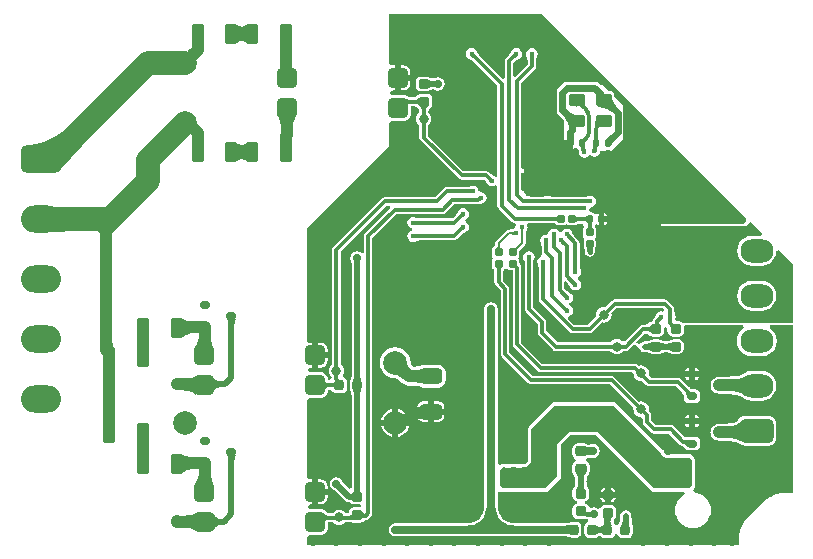
<source format=gbl>
G04*
G04 #@! TF.GenerationSoftware,Altium Limited,Altium Designer,22.6.1 (34)*
G04*
G04 Layer_Physical_Order=4*
G04 Layer_Color=16711680*
%FSLAX44Y44*%
%MOMM*%
G71*
G04*
G04 #@! TF.SameCoordinates,A0D8632A-B648-4B75-ABCE-4127253DC59C*
G04*
G04*
G04 #@! TF.FilePolarity,Positive*
G04*
G01*
G75*
%ADD11C,0.3000*%
%ADD13C,0.2000*%
G04:AMPARAMS|DCode=17|XSize=0.6mm|YSize=0.6mm|CornerRadius=0.075mm|HoleSize=0mm|Usage=FLASHONLY|Rotation=90.000|XOffset=0mm|YOffset=0mm|HoleType=Round|Shape=RoundedRectangle|*
%AMROUNDEDRECTD17*
21,1,0.6000,0.4500,0,0,90.0*
21,1,0.4500,0.6000,0,0,90.0*
1,1,0.1500,0.2250,0.2250*
1,1,0.1500,0.2250,-0.2250*
1,1,0.1500,-0.2250,-0.2250*
1,1,0.1500,-0.2250,0.2250*
%
%ADD17ROUNDEDRECTD17*%
G04:AMPARAMS|DCode=24|XSize=0.9mm|YSize=0.8mm|CornerRadius=0.2mm|HoleSize=0mm|Usage=FLASHONLY|Rotation=90.000|XOffset=0mm|YOffset=0mm|HoleType=Round|Shape=RoundedRectangle|*
%AMROUNDEDRECTD24*
21,1,0.9000,0.4000,0,0,90.0*
21,1,0.5000,0.8000,0,0,90.0*
1,1,0.4000,0.2000,0.2500*
1,1,0.4000,0.2000,-0.2500*
1,1,0.4000,-0.2000,-0.2500*
1,1,0.4000,-0.2000,0.2500*
%
%ADD24ROUNDEDRECTD24*%
G04:AMPARAMS|DCode=26|XSize=0.6mm|YSize=0.6mm|CornerRadius=0.075mm|HoleSize=0mm|Usage=FLASHONLY|Rotation=180.000|XOffset=0mm|YOffset=0mm|HoleType=Round|Shape=RoundedRectangle|*
%AMROUNDEDRECTD26*
21,1,0.6000,0.4500,0,0,180.0*
21,1,0.4500,0.6000,0,0,180.0*
1,1,0.1500,-0.2250,0.2250*
1,1,0.1500,0.2250,0.2250*
1,1,0.1500,0.2250,-0.2250*
1,1,0.1500,-0.2250,-0.2250*
%
%ADD26ROUNDEDRECTD26*%
G04:AMPARAMS|DCode=28|XSize=1.7mm|YSize=1.05mm|CornerRadius=0.2625mm|HoleSize=0mm|Usage=FLASHONLY|Rotation=90.000|XOffset=0mm|YOffset=0mm|HoleType=Round|Shape=RoundedRectangle|*
%AMROUNDEDRECTD28*
21,1,1.7000,0.5250,0,0,90.0*
21,1,1.1750,1.0500,0,0,90.0*
1,1,0.5250,0.2625,0.5875*
1,1,0.5250,0.2625,-0.5875*
1,1,0.5250,-0.2625,-0.5875*
1,1,0.5250,-0.2625,0.5875*
%
%ADD28ROUNDEDRECTD28*%
G04:AMPARAMS|DCode=29|XSize=0.9mm|YSize=0.8mm|CornerRadius=0.2mm|HoleSize=0mm|Usage=FLASHONLY|Rotation=180.000|XOffset=0mm|YOffset=0mm|HoleType=Round|Shape=RoundedRectangle|*
%AMROUNDEDRECTD29*
21,1,0.9000,0.4000,0,0,180.0*
21,1,0.5000,0.8000,0,0,180.0*
1,1,0.4000,-0.2500,0.2000*
1,1,0.4000,0.2500,0.2000*
1,1,0.4000,0.2500,-0.2000*
1,1,0.4000,-0.2500,-0.2000*
%
%ADD29ROUNDEDRECTD29*%
G04:AMPARAMS|DCode=37|XSize=0.95mm|YSize=0.85mm|CornerRadius=0.2125mm|HoleSize=0mm|Usage=FLASHONLY|Rotation=180.000|XOffset=0mm|YOffset=0mm|HoleType=Round|Shape=RoundedRectangle|*
%AMROUNDEDRECTD37*
21,1,0.9500,0.4250,0,0,180.0*
21,1,0.5250,0.8500,0,0,180.0*
1,1,0.4250,-0.2625,0.2125*
1,1,0.4250,0.2625,0.2125*
1,1,0.4250,0.2625,-0.2125*
1,1,0.4250,-0.2625,-0.2125*
%
%ADD37ROUNDEDRECTD37*%
G04:AMPARAMS|DCode=39|XSize=0.65mm|YSize=0.55mm|CornerRadius=0.1375mm|HoleSize=0mm|Usage=FLASHONLY|Rotation=90.000|XOffset=0mm|YOffset=0mm|HoleType=Round|Shape=RoundedRectangle|*
%AMROUNDEDRECTD39*
21,1,0.6500,0.2750,0,0,90.0*
21,1,0.3750,0.5500,0,0,90.0*
1,1,0.2750,0.1375,0.1875*
1,1,0.2750,0.1375,-0.1875*
1,1,0.2750,-0.1375,-0.1875*
1,1,0.2750,-0.1375,0.1875*
%
%ADD39ROUNDEDRECTD39*%
G04:AMPARAMS|DCode=46|XSize=1.9mm|YSize=1.3mm|CornerRadius=0.325mm|HoleSize=0mm|Usage=FLASHONLY|Rotation=180.000|XOffset=0mm|YOffset=0mm|HoleType=Round|Shape=RoundedRectangle|*
%AMROUNDEDRECTD46*
21,1,1.9000,0.6500,0,0,180.0*
21,1,1.2500,1.3000,0,0,180.0*
1,1,0.6500,-0.6250,0.3250*
1,1,0.6500,0.6250,0.3250*
1,1,0.6500,0.6250,-0.3250*
1,1,0.6500,-0.6250,-0.3250*
%
%ADD46ROUNDEDRECTD46*%
%ADD92C,0.5000*%
%ADD94C,0.4200*%
%ADD95C,0.8000*%
%ADD98C,1.0000*%
%ADD99C,0.7000*%
G04:AMPARAMS|DCode=101|XSize=2.3mm|YSize=3.4mm|CornerRadius=0.46mm|HoleSize=0mm|Usage=FLASHONLY|Rotation=270.000|XOffset=0mm|YOffset=0mm|HoleType=Round|Shape=RoundedRectangle|*
%AMROUNDEDRECTD101*
21,1,2.3000,2.4800,0,0,270.0*
21,1,1.3800,3.4000,0,0,270.0*
1,1,0.9200,-1.2400,-0.6900*
1,1,0.9200,-1.2400,0.6900*
1,1,0.9200,1.2400,0.6900*
1,1,0.9200,1.2400,-0.6900*
%
%ADD101ROUNDEDRECTD101*%
%ADD102O,3.4000X2.3000*%
G04:AMPARAMS|DCode=103|XSize=2mm|YSize=2.8mm|CornerRadius=0.4mm|HoleSize=0mm|Usage=FLASHONLY|Rotation=90.000|XOffset=0mm|YOffset=0mm|HoleType=Round|Shape=RoundedRectangle|*
%AMROUNDEDRECTD103*
21,1,2.0000,2.0000,0,0,90.0*
21,1,1.2000,2.8000,0,0,90.0*
1,1,0.8000,1.0000,0.6000*
1,1,0.8000,1.0000,-0.6000*
1,1,0.8000,-1.0000,-0.6000*
1,1,0.8000,-1.0000,0.6000*
%
%ADD103ROUNDEDRECTD103*%
%ADD104O,2.8000X2.0000*%
%ADD105C,2.0000*%
%ADD106C,0.2000*%
%ADD107C,1.8000*%
%ADD108C,0.4500*%
%ADD109C,0.7000*%
G04:AMPARAMS|DCode=110|XSize=0.65mm|YSize=0.85mm|CornerRadius=0.1625mm|HoleSize=0mm|Usage=FLASHONLY|Rotation=270.000|XOffset=0mm|YOffset=0mm|HoleType=Round|Shape=RoundedRectangle|*
%AMROUNDEDRECTD110*
21,1,0.6500,0.5250,0,0,270.0*
21,1,0.3250,0.8500,0,0,270.0*
1,1,0.3250,-0.2625,-0.1625*
1,1,0.3250,-0.2625,0.1625*
1,1,0.3250,0.2625,0.1625*
1,1,0.3250,0.2625,-0.1625*
%
%ADD110ROUNDEDRECTD110*%
G04:AMPARAMS|DCode=111|XSize=1.3mm|YSize=1.1mm|CornerRadius=0.1375mm|HoleSize=0mm|Usage=FLASHONLY|Rotation=180.000|XOffset=0mm|YOffset=0mm|HoleType=Round|Shape=RoundedRectangle|*
%AMROUNDEDRECTD111*
21,1,1.3000,0.8250,0,0,180.0*
21,1,1.0250,1.1000,0,0,180.0*
1,1,0.2750,-0.5125,0.4125*
1,1,0.2750,0.5125,0.4125*
1,1,0.2750,0.5125,-0.4125*
1,1,0.2750,-0.5125,-0.4125*
%
%ADD111ROUNDEDRECTD111*%
G04:AMPARAMS|DCode=112|XSize=1.7mm|YSize=1.75mm|CornerRadius=0.425mm|HoleSize=0mm|Usage=FLASHONLY|Rotation=90.000|XOffset=0mm|YOffset=0mm|HoleType=Round|Shape=RoundedRectangle|*
%AMROUNDEDRECTD112*
21,1,1.7000,0.9000,0,0,90.0*
21,1,0.8500,1.7500,0,0,90.0*
1,1,0.8500,0.4500,0.4250*
1,1,0.8500,0.4500,-0.4250*
1,1,0.8500,-0.4500,-0.4250*
1,1,0.8500,-0.4500,0.4250*
%
%ADD112ROUNDEDRECTD112*%
%ADD113C,0.6000*%
%ADD114C,0.4500*%
%ADD115C,2.0000*%
G36*
X202033Y443544D02*
X202946Y443010D01*
X203920Y442539D01*
X204958Y442131D01*
X206000Y441803D01*
X207042Y442131D01*
X208079Y442539D01*
X209054Y443010D01*
X209967Y443544D01*
X210816Y444141D01*
Y441076D01*
X212492Y441000D01*
Y431000D01*
X211080Y430969D01*
X210816Y430943D01*
Y427859D01*
X209967Y428456D01*
X209054Y428989D01*
X208079Y429461D01*
X207042Y429869D01*
X206000Y430197D01*
X204958Y429869D01*
X203920Y429461D01*
X202946Y428990D01*
X202033Y428456D01*
X201183Y427859D01*
Y430924D01*
X199508Y431000D01*
Y441000D01*
X200920Y441031D01*
X201183Y441057D01*
Y444141D01*
X202033Y443544D01*
D02*
G37*
G36*
X453241Y417554D02*
X453190Y417435D01*
X453145Y417289D01*
X453107Y417117D01*
X453074Y416918D01*
X453027Y416440D01*
X453003Y415855D01*
X453000Y415523D01*
X450000D01*
X449997Y415855D01*
X449926Y416918D01*
X449893Y417117D01*
X449854Y417289D01*
X449810Y417435D01*
X449759Y417554D01*
X449703Y417646D01*
X453297D01*
X453241Y417554D01*
D02*
G37*
G36*
X438813Y416772D02*
X438708Y416747D01*
X438588Y416698D01*
X438454Y416627D01*
X438305Y416532D01*
X438141Y416415D01*
X437770Y416110D01*
X437339Y415714D01*
X437102Y415481D01*
X434981Y417602D01*
X435214Y417839D01*
X435915Y418641D01*
X436032Y418805D01*
X436127Y418954D01*
X436198Y419088D01*
X436247Y419208D01*
X436272Y419313D01*
X438813Y416772D01*
D02*
G37*
G36*
X402753Y419208D02*
X402802Y419088D01*
X402873Y418954D01*
X402968Y418805D01*
X403085Y418641D01*
X403390Y418270D01*
X403786Y417839D01*
X404019Y417602D01*
X401898Y415481D01*
X401661Y415714D01*
X400859Y416415D01*
X400695Y416532D01*
X400546Y416627D01*
X400412Y416698D01*
X400292Y416747D01*
X400187Y416772D01*
X402728Y419313D01*
X402753Y419208D01*
D02*
G37*
G36*
X172036Y418722D02*
X171211Y417888D01*
X168448Y414768D01*
X168167Y414355D01*
X167977Y414012D01*
X167878Y413739D01*
X167869Y413537D01*
X159600Y421287D01*
X159788Y421312D01*
X160053Y421431D01*
X160396Y421645D01*
X160816Y421954D01*
X161889Y422855D01*
X164079Y424917D01*
X164965Y425793D01*
X172036Y418722D01*
D02*
G37*
G36*
X344861Y381001D02*
X345216Y380791D01*
X345592Y380606D01*
X345991Y380445D01*
X346411Y380309D01*
X346853Y380198D01*
X347317Y380111D01*
X347802Y380049D01*
X348310Y380012D01*
X348839Y380000D01*
X349656Y377000D01*
X348924Y376970D01*
X348287Y376880D01*
X347745Y376730D01*
X347299Y376520D01*
X346948Y376250D01*
X346693Y375920D01*
X346533Y375530D01*
X346468Y375080D01*
X346499Y374570D01*
X346625Y374000D01*
X344528Y381236D01*
X344861Y381001D01*
D02*
G37*
G36*
X356083Y375080D02*
X363923D01*
X363463Y374753D01*
X363051Y374419D01*
X362688Y374078D01*
X362374Y373730D01*
X362108Y373374D01*
X361890Y373012D01*
X361720Y372643D01*
X361599Y372266D01*
X361527Y371883D01*
X361503Y371492D01*
X358503D01*
X358478Y371883D01*
X358406Y372266D01*
X358285Y372643D01*
X358115Y373012D01*
X357898Y373374D01*
X357631Y373730D01*
X357317Y374078D01*
X356954Y374419D01*
X356542Y374753D01*
X356083Y375080D01*
X355816Y375445D01*
X355529Y375771D01*
X355221Y376059D01*
X354893Y376309D01*
X354544Y376520D01*
X354175Y376693D01*
X353786Y376827D01*
X353376Y376923D01*
X352945Y376981D01*
X352495Y377000D01*
Y380000D01*
X352945Y380019D01*
X353376Y380077D01*
X353786Y380173D01*
X354175Y380307D01*
X354544Y380480D01*
X354893Y380691D01*
X355221Y380941D01*
X355529Y381229D01*
X355816Y381555D01*
X356083Y381920D01*
Y375080D01*
D02*
G37*
G36*
X251680Y366054D02*
X251139Y365111D01*
X250661Y364093D01*
X250247Y362999D01*
X249896Y361831D01*
X249610Y360587D01*
X249387Y359268D01*
X249227Y357874D01*
X249100Y354860D01*
X239100D01*
X239068Y356404D01*
X238813Y359268D01*
X238590Y360587D01*
X238304Y361831D01*
X237953Y362999D01*
X237539Y364093D01*
X237061Y365111D01*
X236520Y366054D01*
X235914Y366922D01*
X252286D01*
X251680Y366054D01*
D02*
G37*
G36*
X210816Y341076D02*
X212492Y341000D01*
Y331000D01*
X211080Y330969D01*
X210816Y330943D01*
Y327859D01*
X209967Y328456D01*
X209054Y328990D01*
X208079Y329461D01*
X207042Y329869D01*
X206000Y330197D01*
X204958Y329869D01*
X203920Y329461D01*
X202946Y328990D01*
X202033Y328456D01*
X201183Y327859D01*
Y330924D01*
X199508Y331000D01*
Y341000D01*
X200920Y341031D01*
X201183Y341057D01*
Y344141D01*
X202033Y343544D01*
X202946Y343010D01*
X203920Y342539D01*
X204958Y342131D01*
X206000Y341803D01*
X207042Y342131D01*
X208079Y342539D01*
X209054Y343010D01*
X209967Y343544D01*
X210816Y344141D01*
Y341076D01*
D02*
G37*
G36*
X74019Y344876D02*
X70273Y341102D01*
X52971Y321517D01*
X52392Y320396D01*
X22407Y340952D01*
X26766Y341624D01*
X34825Y343474D01*
X38525Y344652D01*
X42005Y345998D01*
X45265Y347512D01*
X48306Y349194D01*
X51126Y351045D01*
X53728Y353064D01*
X56109Y355251D01*
X74019Y344876D01*
D02*
G37*
G36*
X416839Y314286D02*
X417641Y313585D01*
X417805Y313468D01*
X417954Y313373D01*
X418088Y313302D01*
X418208Y313253D01*
X418313Y313228D01*
X415772Y310687D01*
X415747Y310792D01*
X415698Y310912D01*
X415627Y311046D01*
X415532Y311195D01*
X415415Y311359D01*
X415110Y311730D01*
X414714Y312161D01*
X414481Y312398D01*
X416602Y314519D01*
X416839Y314286D01*
D02*
G37*
G36*
X499646Y292203D02*
X499554Y292259D01*
X499435Y292310D01*
X499289Y292355D01*
X499117Y292393D01*
X498918Y292426D01*
X498440Y292473D01*
X497855Y292497D01*
X497523Y292500D01*
Y295500D01*
X497855Y295503D01*
X498918Y295574D01*
X499117Y295607D01*
X499289Y295646D01*
X499435Y295690D01*
X499554Y295741D01*
X499646Y295797D01*
Y292203D01*
D02*
G37*
G36*
X494146Y286203D02*
X494054Y286259D01*
X493935Y286310D01*
X493789Y286355D01*
X493617Y286393D01*
X493418Y286426D01*
X492940Y286473D01*
X492355Y286497D01*
X492023Y286500D01*
Y289500D01*
X492355Y289503D01*
X493418Y289574D01*
X493617Y289607D01*
X493789Y289646D01*
X493935Y289690D01*
X494054Y289741D01*
X494146Y289797D01*
Y286203D01*
D02*
G37*
G36*
X498156Y276156D02*
X502844D01*
X502684Y276020D01*
X502540Y275840D01*
X502414Y275615D01*
X502304Y275345D01*
X502211Y275029D01*
X502135Y274669D01*
X502076Y274264D01*
X502011Y273363D01*
X502013Y273323D01*
X502051Y272895D01*
X502114Y272498D01*
X502203Y272131D01*
X502317Y271794D01*
X502457Y271488D01*
X502622Y271212D01*
X502812Y270966D01*
X503028Y270751D01*
X503269Y270566D01*
X497731D01*
X497972Y270751D01*
X498188Y270966D01*
X498378Y271212D01*
X498543Y271488D01*
X498683Y271794D01*
X498797Y272131D01*
X498886Y272498D01*
X498949Y272895D01*
X498987Y273323D01*
X498988Y273363D01*
X498924Y274264D01*
X498865Y274669D01*
X498789Y275029D01*
X498696Y275345D01*
X498586Y275615D01*
X498460Y275840D01*
X498316Y276020D01*
X498156Y276156D01*
X497960Y276411D01*
X497732Y276640D01*
X497472Y276841D01*
X497180Y277016D01*
X496856Y277164D01*
X496500Y277285D01*
X496112Y277379D01*
X495749Y277437D01*
X495582Y277426D01*
X495383Y277393D01*
X495211Y277355D01*
X495065Y277310D01*
X494946Y277259D01*
X494854Y277203D01*
Y277497D01*
X494754Y277500D01*
Y280500D01*
X494854Y280503D01*
Y280797D01*
X494946Y280741D01*
X495065Y280690D01*
X495211Y280646D01*
X495383Y280607D01*
X495582Y280574D01*
X495728Y280560D01*
X496112Y280621D01*
X496500Y280715D01*
X496856Y280836D01*
X497180Y280984D01*
X497472Y281159D01*
X497732Y281360D01*
X497960Y281589D01*
X498156Y281844D01*
Y276156D01*
D02*
G37*
G36*
X488754Y281528D02*
X488969Y281312D01*
X489214Y281122D01*
X489490Y280957D01*
X489796Y280817D01*
X490133Y280703D01*
X490500Y280614D01*
X490897Y280551D01*
X490971Y280544D01*
X491418Y280574D01*
X491617Y280607D01*
X491789Y280646D01*
X491935Y280690D01*
X492054Y280741D01*
X492146Y280797D01*
Y277203D01*
X492054Y277259D01*
X491935Y277310D01*
X491789Y277355D01*
X491617Y277393D01*
X491418Y277426D01*
X491048Y277463D01*
X490897Y277449D01*
X490500Y277386D01*
X490133Y277297D01*
X489796Y277183D01*
X489490Y277043D01*
X489214Y276878D01*
X488969Y276688D01*
X488754Y276472D01*
X488569Y276231D01*
Y281769D01*
X488754Y281528D01*
D02*
G37*
G36*
X473431Y276231D02*
X473247Y276472D01*
X473031Y276688D01*
X472786Y276878D01*
X472510Y277043D01*
X472204Y277183D01*
X471867Y277297D01*
X471500Y277386D01*
X471102Y277449D01*
X470675Y277487D01*
X470216Y277500D01*
Y280500D01*
X470675Y280513D01*
X471102Y280551D01*
X471500Y280614D01*
X471867Y280703D01*
X472204Y280817D01*
X472510Y280957D01*
X472786Y281122D01*
X473031Y281312D01*
X473247Y281528D01*
X473431Y281769D01*
Y276231D01*
D02*
G37*
G36*
X633000Y280000D02*
Y277000D01*
X631000Y275000D01*
X561000D01*
Y273000D01*
X633000D01*
X635000Y275000D01*
Y275387D01*
X636848Y276152D01*
X646259Y266741D01*
X645323Y264848D01*
X638000D01*
X634726Y264417D01*
X631676Y263154D01*
X629056Y261144D01*
X627046Y258524D01*
X625783Y255474D01*
X625352Y252200D01*
X625783Y248926D01*
X627046Y245876D01*
X629056Y243256D01*
X631676Y241246D01*
X634726Y239983D01*
X638000Y239552D01*
X646000D01*
X649274Y239983D01*
X652324Y241246D01*
X654944Y243256D01*
X656954Y245876D01*
X658217Y248926D01*
X658569Y251602D01*
X660474Y252526D01*
X673000Y240000D01*
Y191000D01*
X579456D01*
X579273Y191273D01*
X577771Y192277D01*
X576000Y192629D01*
X574824D01*
X573856Y193298D01*
X573111Y194629D01*
X573384Y196000D01*
X573012Y197869D01*
X572648Y198414D01*
X572592Y199243D01*
X572590Y199500D01*
X572489Y199983D01*
X572393Y200468D01*
X572386Y200478D01*
X572384Y200489D01*
X572105Y200898D01*
X572069Y200953D01*
Y203000D01*
X571797Y204366D01*
X571023Y205523D01*
X566523Y210023D01*
X565366Y210797D01*
X564000Y211069D01*
X522000D01*
X520634Y210797D01*
X519477Y210023D01*
X513869Y204416D01*
X512500Y204596D01*
X510793Y204372D01*
X509202Y203713D01*
X507836Y202664D01*
X506787Y201298D01*
X506128Y199707D01*
X505904Y198000D01*
X506084Y196631D01*
X499022Y189569D01*
X487478D01*
X482309Y194738D01*
X482967Y196908D01*
X483369Y196988D01*
X484953Y198047D01*
X486012Y199631D01*
X486384Y201500D01*
X486012Y203369D01*
X484953Y204953D01*
X483442Y205963D01*
X483369Y206439D01*
Y207561D01*
X483426Y207930D01*
X483529Y208095D01*
X484953Y209047D01*
X486012Y210631D01*
X486384Y212500D01*
X486012Y214369D01*
X484953Y215953D01*
X483369Y217012D01*
X482725Y217140D01*
X482100Y217687D01*
X481917Y217867D01*
X481504Y218137D01*
X481093Y218412D01*
X481082Y218414D01*
X481072Y218421D01*
X480586Y218513D01*
X480521Y218526D01*
X478569Y220478D01*
Y225769D01*
X480416Y226534D01*
X482474Y224477D01*
X482487Y224411D01*
X482579Y223926D01*
X482586Y223916D01*
X482588Y223904D01*
X482863Y223493D01*
X483133Y223081D01*
X483337Y222873D01*
X483655Y222528D01*
X483858Y222280D01*
X483988Y221628D01*
X485047Y220044D01*
X486631Y218985D01*
X488500Y218614D01*
X490369Y218985D01*
X491953Y220044D01*
X493012Y221628D01*
X493384Y223498D01*
X493012Y225366D01*
X491953Y226951D01*
X490442Y227961D01*
X490369Y228436D01*
Y229559D01*
X490426Y229927D01*
X490528Y230092D01*
X491953Y231044D01*
X493012Y232628D01*
X493384Y234498D01*
X493012Y236366D01*
X492648Y236912D01*
X492592Y237741D01*
X492590Y237998D01*
X492489Y238481D01*
X492393Y238966D01*
X492386Y238975D01*
X492384Y238987D01*
X492105Y239396D01*
X492069Y239450D01*
Y258500D01*
X491797Y259866D01*
X491023Y261023D01*
X487026Y265021D01*
X487013Y265086D01*
X486921Y265572D01*
X486914Y265581D01*
X486912Y265593D01*
X486637Y266004D01*
X486367Y266417D01*
X486163Y266625D01*
X485845Y266969D01*
X485642Y267217D01*
X485512Y267869D01*
X484453Y269453D01*
X482869Y270512D01*
X481000Y270884D01*
X479131Y270512D01*
X477547Y269453D01*
X476537Y267942D01*
X476061Y267869D01*
X474939D01*
X474463Y267942D01*
X473453Y269453D01*
X471869Y270512D01*
X470000Y270884D01*
X468131Y270512D01*
X466547Y269453D01*
X465488Y267869D01*
X465423Y267541D01*
X463500Y265884D01*
X461631Y265512D01*
X460047Y264453D01*
X458988Y262869D01*
X458616Y261000D01*
X458988Y259131D01*
X459454Y258433D01*
X459463Y258402D01*
X459567Y258265D01*
X459580Y258245D01*
X459590Y258221D01*
X459598Y258186D01*
X459605Y258151D01*
X459656Y257528D01*
X459660Y257293D01*
X459697Y257119D01*
X459689Y256942D01*
X459801Y256629D01*
X459871Y256305D01*
X459972Y256158D01*
X460032Y255991D01*
X460181Y255828D01*
Y251251D01*
X460452Y249885D01*
X460494Y249822D01*
X459584Y247602D01*
X459131Y247512D01*
X457547Y246453D01*
X456488Y244869D01*
X456116Y243000D01*
X456488Y241131D01*
X456852Y240585D01*
X456908Y239757D01*
X456910Y239500D01*
X457011Y239017D01*
X457107Y238532D01*
X457114Y238522D01*
X457116Y238510D01*
X457395Y238102D01*
X457431Y238047D01*
Y211000D01*
X457703Y209634D01*
X458477Y208477D01*
X483477Y183477D01*
X484634Y182703D01*
X486000Y182431D01*
X500500D01*
X501866Y182703D01*
X503023Y183477D01*
X511131Y191584D01*
X512500Y191404D01*
X514207Y191628D01*
X515798Y192287D01*
X517164Y193336D01*
X518213Y194702D01*
X518872Y196293D01*
X519096Y198000D01*
X518916Y199369D01*
X523478Y203931D01*
X562439D01*
X563828Y202472D01*
X563788Y201988D01*
X562186Y200648D01*
X561000Y200884D01*
X559131Y200512D01*
X557547Y199453D01*
X556488Y197869D01*
X556316Y197004D01*
X556298Y196973D01*
X556279Y196817D01*
X556267Y196757D01*
X556258Y196734D01*
X556241Y196707D01*
X556225Y196682D01*
X555830Y196212D01*
X555671Y196048D01*
X555558Y195874D01*
X555409Y195731D01*
X555287Y195454D01*
X555122Y195200D01*
X555085Y194996D01*
X555001Y194806D01*
X554996Y194578D01*
X554932Y194535D01*
X554547Y194300D01*
X554514Y194255D01*
X554468Y194224D01*
X554217Y193849D01*
X553950Y193484D01*
X553937Y193430D01*
X553907Y193384D01*
X553818Y192941D01*
X553729Y192575D01*
X552229Y192277D01*
X551301Y191657D01*
X551234Y191632D01*
X551153Y191558D01*
X550727Y191273D01*
X550542Y190997D01*
X550490Y190949D01*
X550292Y190678D01*
X550165Y190534D01*
X550045Y190422D01*
X549931Y190335D01*
X549818Y190267D01*
X549698Y190211D01*
X549563Y190164D01*
X549405Y190127D01*
X549215Y190102D01*
X548882Y190087D01*
X548443Y189981D01*
X548001Y189893D01*
X547954Y189862D01*
X547900Y189848D01*
X547536Y189582D01*
X547516Y189569D01*
X546000D01*
X544634Y189297D01*
X543477Y188523D01*
X530623Y175670D01*
X528164Y175664D01*
X526798Y176713D01*
X525207Y177372D01*
X523500Y177596D01*
X521793Y177372D01*
X520202Y176713D01*
X518836Y175664D01*
X517995Y174569D01*
X473478D01*
X463569Y184478D01*
Y192000D01*
X463297Y193366D01*
X462523Y194523D01*
X452569Y204478D01*
Y243719D01*
X453512Y245131D01*
X453884Y247000D01*
X453512Y248869D01*
X452453Y250453D01*
X450869Y251512D01*
X449000Y251884D01*
X447131Y251512D01*
X445547Y250453D01*
X444488Y248869D01*
X444116Y247000D01*
X444488Y245131D01*
X445431Y243719D01*
Y203000D01*
X445703Y201634D01*
X446477Y200477D01*
X456431Y190522D01*
Y183000D01*
X456703Y181634D01*
X457477Y180477D01*
X469477Y168477D01*
X470634Y167703D01*
X472000Y167431D01*
X517995D01*
X518836Y166336D01*
X520202Y165287D01*
X521793Y164628D01*
X523500Y164404D01*
X525207Y164628D01*
X526798Y165287D01*
X528164Y166336D01*
X529005Y167431D01*
X531000D01*
X532366Y167703D01*
X533523Y168477D01*
X536632Y171586D01*
X537047Y172000D01*
X539432Y172000D01*
X541000Y171000D01*
X542772Y169228D01*
X543756Y167756D01*
X545244Y166761D01*
X547000Y166412D01*
X548489D01*
X549737Y166266D01*
X550241Y166169D01*
X550716Y166050D01*
X551138Y165915D01*
X551508Y165768D01*
X551826Y165611D01*
X552178Y165399D01*
X552203Y165390D01*
X552439Y165232D01*
X552885Y165144D01*
X552926Y165129D01*
X552953Y165130D01*
X554000Y164922D01*
X559000D01*
X560047Y165130D01*
X560074Y165129D01*
X560115Y165144D01*
X560561Y165232D01*
X560797Y165390D01*
X560822Y165399D01*
X561174Y165611D01*
X561492Y165768D01*
X561862Y165915D01*
X562256Y166041D01*
X563314Y166275D01*
X563845Y166349D01*
X564699Y166412D01*
X565489D01*
X566737Y166266D01*
X567241Y166169D01*
X567716Y166050D01*
X568138Y165915D01*
X568508Y165768D01*
X568826Y165611D01*
X569178Y165399D01*
X569203Y165390D01*
X569439Y165232D01*
X569885Y165144D01*
X569926Y165129D01*
X569953Y165130D01*
X571000Y164922D01*
X576000D01*
X577561Y165232D01*
X578884Y166116D01*
X579768Y167439D01*
X580078Y169000D01*
Y173000D01*
X579768Y174561D01*
X578884Y175884D01*
X577561Y176768D01*
X576000Y177078D01*
X571000D01*
X569953Y176870D01*
X569926Y176871D01*
X569885Y176856D01*
X569439Y176768D01*
X569203Y176610D01*
X569178Y176601D01*
X568826Y176389D01*
X568508Y176232D01*
X568138Y176085D01*
X567744Y175959D01*
X566686Y175725D01*
X566155Y175651D01*
X565301Y175588D01*
X564511D01*
X563263Y175734D01*
X562759Y175830D01*
X562284Y175950D01*
X561862Y176085D01*
X561492Y176232D01*
X561174Y176389D01*
X560822Y176601D01*
X560797Y176610D01*
X560561Y176768D01*
X560115Y176856D01*
X560074Y176871D01*
X560047Y176870D01*
X559000Y177078D01*
X554000D01*
X552953Y176870D01*
X552926Y176871D01*
X552884Y176856D01*
X552439Y176768D01*
X552203Y176610D01*
X552178Y176601D01*
X551826Y176389D01*
X551508Y176232D01*
X551138Y176085D01*
X550744Y175959D01*
X549686Y175725D01*
X549155Y175651D01*
X548301Y175588D01*
X547000D01*
X545244Y175239D01*
X543756Y174244D01*
X543482Y173835D01*
X542508Y173343D01*
X540465Y173933D01*
X540198Y174115D01*
X539894Y174848D01*
X547478Y182431D01*
X547516D01*
X547536Y182418D01*
X547900Y182152D01*
X547954Y182139D01*
X548001Y182107D01*
X548443Y182019D01*
X548882Y181913D01*
X549215Y181898D01*
X549405Y181873D01*
X549563Y181836D01*
X549698Y181789D01*
X549818Y181733D01*
X549931Y181665D01*
X550045Y181578D01*
X550165Y181466D01*
X550292Y181322D01*
X550490Y181051D01*
X550542Y181003D01*
X550727Y180727D01*
X551153Y180442D01*
X551234Y180368D01*
X551301Y180343D01*
X552229Y179723D01*
X554000Y179371D01*
X559000D01*
X560771Y179723D01*
X562273Y180727D01*
X563277Y182229D01*
X563629Y184000D01*
Y186569D01*
X565462Y187260D01*
X566371Y186406D01*
Y184000D01*
X566723Y182229D01*
X567727Y180727D01*
X569229Y179723D01*
X571000Y179371D01*
X576000D01*
X577771Y179723D01*
X579273Y180727D01*
X580277Y182229D01*
X580629Y184000D01*
Y188000D01*
X581450Y189000D01*
X630442D01*
X630981Y187000D01*
X628728Y185272D01*
X626645Y182556D01*
X625335Y179394D01*
X624888Y176000D01*
X625335Y172606D01*
X626645Y169444D01*
X628728Y166728D01*
X631444Y164645D01*
X634606Y163335D01*
X638000Y162888D01*
X646000D01*
X649394Y163335D01*
X652556Y164645D01*
X655272Y166728D01*
X657355Y169444D01*
X658665Y172606D01*
X659112Y176000D01*
X658665Y179394D01*
X657355Y182556D01*
X655272Y185272D01*
X653019Y187000D01*
X653558Y189000D01*
X673000D01*
Y47000D01*
X665837D01*
X665836Y47000D01*
X663272Y46874D01*
X658242Y45873D01*
X653504Y43911D01*
X649240Y41062D01*
X647337Y39337D01*
X634663Y26663D01*
X634663Y26662D01*
X632938Y24760D01*
X630089Y20496D01*
X628126Y15758D01*
X627126Y10728D01*
X627000Y8163D01*
Y3000D01*
X261000D01*
Y10163D01*
X263000Y11754D01*
X263400Y11701D01*
X272400D01*
X274173Y11935D01*
X275824Y12619D01*
X277243Y13707D01*
X278331Y15126D01*
X279015Y16777D01*
X279249Y18550D01*
Y22196D01*
X279260Y22198D01*
X279774Y22222D01*
X280250Y22339D01*
X280726Y22450D01*
X280739Y22460D01*
X280755Y22464D01*
X281130Y22740D01*
X283142D01*
X283836Y21836D01*
X285202Y20787D01*
X286793Y20128D01*
X288500Y19904D01*
X290207Y20128D01*
X291798Y20787D01*
X293164Y21836D01*
X293586Y22385D01*
X295726Y22571D01*
X295824Y22494D01*
X295894Y22475D01*
X295953Y22434D01*
X296379Y22341D01*
X296798Y22226D01*
X296870Y22235D01*
X296940Y22219D01*
X299180Y22180D01*
X299573Y22151D01*
X299585Y22149D01*
X299619Y22142D01*
X299623Y22142D01*
X299696Y22111D01*
X299800Y22110D01*
X301000Y21871D01*
X306000D01*
X307771Y22223D01*
X308666Y22821D01*
X308717Y22838D01*
X308796Y22908D01*
X309273Y23227D01*
X309436Y23470D01*
X309476Y23505D01*
X309580Y23641D01*
X309586Y23647D01*
X309606Y23663D01*
X309657Y23693D01*
X309749Y23735D01*
X309891Y23784D01*
X310088Y23831D01*
X310340Y23872D01*
X310648Y23899D01*
X311080Y23911D01*
X311538Y24016D01*
X311999Y24107D01*
X312030Y24128D01*
X312065Y24136D01*
X312449Y24408D01*
X312839Y24669D01*
X312860Y24699D01*
X312889Y24720D01*
X313074Y25015D01*
X313766Y25477D01*
X315523Y27234D01*
X316297Y28392D01*
X316569Y29757D01*
Y263022D01*
X336978Y283431D01*
X376000D01*
X377366Y283703D01*
X378523Y284477D01*
X385478Y291431D01*
X406094D01*
X407460Y291703D01*
X408175Y292181D01*
X408500Y292116D01*
X410369Y292488D01*
X411953Y293547D01*
X413012Y295131D01*
X413384Y297000D01*
X413012Y298869D01*
X411953Y300453D01*
X410369Y301512D01*
X408500Y301884D01*
X408292Y301842D01*
X406409Y302491D01*
X406222Y303315D01*
X406012Y304369D01*
X404953Y305953D01*
X403369Y307012D01*
X401500Y307384D01*
X399631Y307012D01*
X398219Y306069D01*
X379500D01*
X378134Y305797D01*
X376977Y305023D01*
X369522Y297569D01*
X327000D01*
X325634Y297297D01*
X324477Y296523D01*
X283477Y255523D01*
X282703Y254366D01*
X282431Y253000D01*
Y156005D01*
X281336Y155164D01*
X280287Y153798D01*
X279628Y152207D01*
X279404Y150500D01*
X279628Y148793D01*
X280287Y147202D01*
X281336Y145836D01*
X282132Y145224D01*
X282139Y144312D01*
X280147Y143178D01*
X279081Y143821D01*
X279015Y144323D01*
X278331Y145974D01*
X277243Y147393D01*
X275824Y148481D01*
X274173Y149165D01*
X272400Y149399D01*
X263400D01*
X261806Y150790D01*
X261801Y151523D01*
X263147Y152831D01*
X263612Y153078D01*
X265400D01*
Y163700D01*
Y174322D01*
X263400D01*
X262546Y174153D01*
X261000Y175421D01*
X261000Y271000D01*
X331000Y341000D01*
Y360663D01*
X333000Y362254D01*
X333400Y362201D01*
X342400D01*
X344173Y362435D01*
X345824Y363119D01*
X347243Y364207D01*
X348331Y365626D01*
X349015Y367277D01*
X349249Y369050D01*
Y374391D01*
X349762Y374412D01*
X350046Y374481D01*
X350337Y374501D01*
X350532Y374599D01*
X350744Y374650D01*
X350980Y374822D01*
X351093Y374878D01*
X351403Y374652D01*
X351457Y374638D01*
X351503Y374607D01*
X351946Y374519D01*
X352384Y374413D01*
X352718Y374398D01*
X352908Y374373D01*
X353066Y374336D01*
X353201Y374289D01*
X353321Y374233D01*
X353434Y374165D01*
X353548Y374078D01*
X353667Y373966D01*
X353795Y373822D01*
X353992Y373551D01*
X354045Y373503D01*
X354229Y373227D01*
X354526Y373029D01*
X354582Y372970D01*
X354974Y372691D01*
X355249Y372468D01*
X355466Y372263D01*
X355630Y372082D01*
X355746Y371927D01*
X355821Y371802D01*
X355866Y371704D01*
X355891Y371627D01*
X355904Y371561D01*
X355918Y371332D01*
X356027Y370919D01*
X356110Y370501D01*
X356155Y370433D01*
X356176Y370355D01*
X356434Y370016D01*
Y369505D01*
X355338Y368664D01*
X354290Y367298D01*
X353631Y365707D01*
X353406Y364000D01*
X353631Y362293D01*
X354290Y360702D01*
X355338Y359336D01*
X356434Y358495D01*
Y347997D01*
X356706Y346632D01*
X357479Y345474D01*
X389477Y313477D01*
X390634Y312703D01*
X392000Y312431D01*
X411522D01*
X411974Y311979D01*
X411987Y311914D01*
X412079Y311428D01*
X412086Y311418D01*
X412088Y311407D01*
X412363Y310996D01*
X412633Y310583D01*
X412837Y310375D01*
X413155Y310031D01*
X413359Y309782D01*
X413363Y309776D01*
X413379Y309696D01*
X413549Y309441D01*
X413677Y309164D01*
X413827Y309025D01*
X413941Y308855D01*
X414195Y308686D01*
X414420Y308478D01*
X414611Y308407D01*
X414629Y308396D01*
X414936Y307936D01*
X416342Y306997D01*
X418000Y306667D01*
X419658Y306997D01*
X420431Y307513D01*
X422376Y306680D01*
X422431Y306627D01*
Y290500D01*
X422703Y289134D01*
X423477Y287977D01*
X434977Y276477D01*
X436134Y275703D01*
X437170Y275497D01*
X437848Y274659D01*
X438228Y273814D01*
X437424Y271829D01*
X436171Y271520D01*
X436130Y271511D01*
X435396Y271021D01*
X435154Y270914D01*
X435008Y270811D01*
X434932Y270765D01*
X434858Y270726D01*
X434782Y270693D01*
X434702Y270664D01*
X434618Y270639D01*
X434525Y270619D01*
X434423Y270604D01*
X434310Y270594D01*
X434109Y270588D01*
X433652Y270484D01*
X433192Y270392D01*
X433161Y270371D01*
X433124Y270363D01*
X432742Y270091D01*
X432693Y270058D01*
X432000D01*
X430829Y269825D01*
X429837Y269162D01*
X429837Y269162D01*
X421337Y260663D01*
X420674Y259671D01*
X420441Y258500D01*
X420441Y258500D01*
Y257276D01*
X420200Y256974D01*
X420169Y256867D01*
X420107Y256775D01*
X420030Y256385D01*
X420005Y256300D01*
X419977Y256268D01*
X419904Y256196D01*
X419506Y255872D01*
X419248Y255691D01*
X419188Y255629D01*
X418878Y255422D01*
X418623Y255039D01*
X418548Y254962D01*
X418517Y254881D01*
X418151Y254334D01*
X417896Y253050D01*
Y248550D01*
X418151Y247266D01*
X418878Y246178D01*
Y245822D01*
X418151Y244734D01*
X417896Y243450D01*
Y238950D01*
X418151Y237666D01*
X418472Y237186D01*
X418489Y237135D01*
X418559Y237056D01*
X418878Y236578D01*
X419121Y236416D01*
X419156Y236376D01*
X419245Y236308D01*
X419246Y236305D01*
X419272Y236248D01*
X419307Y236145D01*
X419345Y235990D01*
X419378Y235783D01*
X419401Y235524D01*
X419411Y235145D01*
X419516Y234687D01*
X419607Y234225D01*
X419628Y234195D01*
X419636Y234160D01*
X419908Y233776D01*
X419931Y233740D01*
Y225500D01*
X420203Y224134D01*
X420977Y222977D01*
X425431Y218522D01*
Y165000D01*
X425703Y163634D01*
X426477Y162477D01*
X448477Y140477D01*
X449634Y139703D01*
X451000Y139431D01*
X517522D01*
X537584Y119369D01*
X537404Y118000D01*
X537628Y116293D01*
X538287Y114702D01*
X539336Y113336D01*
X540702Y112287D01*
X542293Y111628D01*
X544000Y111404D01*
X545431Y109575D01*
Y107000D01*
X545703Y105634D01*
X546477Y104477D01*
X552477Y98477D01*
X553634Y97703D01*
X555000Y97431D01*
X567522D01*
X576804Y88149D01*
X577962Y87376D01*
X578179Y87333D01*
X578489Y87127D01*
X578783Y86886D01*
X578907Y86849D01*
X579014Y86778D01*
X579387Y86705D01*
X579751Y86595D01*
X579762Y86594D01*
X579802Y86570D01*
X579949Y86455D01*
X580153Y86268D01*
X580377Y86031D01*
X581008Y85238D01*
X581349Y84747D01*
X581413Y84686D01*
X581465Y84608D01*
X581488Y84564D01*
X581500Y84555D01*
X581622Y84372D01*
X582000Y84120D01*
X582076Y84046D01*
X582159Y84014D01*
X582237Y83962D01*
X582275Y83931D01*
X582290Y83926D01*
X583000Y83452D01*
X584625Y83128D01*
X589875D01*
X591500Y83452D01*
X592878Y84372D01*
X593798Y85750D01*
X594122Y87375D01*
Y90625D01*
X593798Y92250D01*
X592878Y93628D01*
X591500Y94548D01*
X589875Y94872D01*
X584625D01*
X583860Y94719D01*
X581276Y94762D01*
X581251Y94758D01*
X581227Y94763D01*
X580756Y94668D01*
X580437Y94610D01*
X571523Y103523D01*
X570366Y104297D01*
X569000Y104569D01*
X556478D01*
X552569Y108478D01*
Y113000D01*
X552297Y114366D01*
X551523Y115523D01*
X550416Y116631D01*
X550596Y118000D01*
X550372Y119707D01*
X549713Y121298D01*
X548664Y122664D01*
X547298Y123713D01*
X545707Y124372D01*
X544000Y124596D01*
X542631Y124416D01*
X521523Y145523D01*
X520366Y146297D01*
X519000Y146569D01*
X452478D01*
X432569Y166478D01*
Y220000D01*
X432297Y221366D01*
X431523Y222523D01*
X427069Y226978D01*
Y233740D01*
X427092Y233776D01*
X427364Y234160D01*
X427372Y234195D01*
X427393Y234225D01*
X427484Y234687D01*
X427589Y235145D01*
X427599Y235524D01*
X427622Y235783D01*
X427655Y235990D01*
X427693Y236145D01*
X427728Y236248D01*
X427754Y236305D01*
X427755Y236308D01*
X427844Y236376D01*
X427879Y236416D01*
X428122Y236578D01*
X428389Y236978D01*
X428458Y237005D01*
X428948Y237086D01*
X429347Y237110D01*
X430556Y236999D01*
X430611Y236978D01*
X430878Y236578D01*
X431966Y235851D01*
X433250Y235595D01*
X435431D01*
Y173000D01*
X435703Y171634D01*
X436477Y170477D01*
X456477Y150477D01*
X457634Y149703D01*
X459000Y149431D01*
X535509D01*
X537404Y148500D01*
X537628Y146793D01*
X538287Y145202D01*
X539336Y143836D01*
X540702Y142787D01*
X542293Y142128D01*
X544000Y141904D01*
X544928Y142026D01*
X548477Y138477D01*
X549634Y137703D01*
X551000Y137431D01*
X573772D01*
X578456Y132747D01*
X578526Y132288D01*
X578547Y132252D01*
X578554Y132212D01*
X578807Y131821D01*
X579048Y131422D01*
X579354Y131086D01*
X579556Y130819D01*
X579738Y130525D01*
X579901Y130200D01*
X580045Y129839D01*
X580169Y129437D01*
X580270Y128991D01*
X580345Y128499D01*
X580378Y128118D01*
Y127375D01*
X580449Y127019D01*
X580447Y126935D01*
X580486Y126834D01*
X580702Y125750D01*
X581622Y124372D01*
X583000Y123452D01*
X584625Y123128D01*
X589875D01*
X591500Y123452D01*
X592878Y124372D01*
X593798Y125750D01*
X594122Y127375D01*
Y130625D01*
X593798Y132250D01*
X592878Y133628D01*
X591500Y134548D01*
X589875Y134872D01*
X587393D01*
X587082Y135091D01*
X586484Y135587D01*
X585778Y136254D01*
X585397Y136494D01*
X585026Y136749D01*
X584971Y136761D01*
X584922Y136792D01*
X584478Y136867D01*
X584416Y136880D01*
X577773Y143523D01*
X576616Y144297D01*
X575250Y144569D01*
X552478D01*
X550337Y146709D01*
X550372Y146793D01*
X550596Y148500D01*
X550372Y150207D01*
X549713Y151798D01*
X548664Y153164D01*
X547298Y154213D01*
X545707Y154872D01*
X544000Y155096D01*
X542293Y154872D01*
X542210Y154837D01*
X541523Y155523D01*
X540366Y156297D01*
X539000Y156569D01*
X460478D01*
X442569Y174478D01*
Y237943D01*
X442504Y238267D01*
X442547Y238482D01*
X442650Y238951D01*
X442645Y238977D01*
X442650Y239003D01*
X442557Y239474D01*
X442473Y239946D01*
X442458Y239968D01*
X442453Y239994D01*
X442187Y240393D01*
X441929Y240797D01*
X441113Y241647D01*
X441105Y241656D01*
Y243450D01*
X440849Y244734D01*
X440122Y245822D01*
Y246178D01*
X440849Y247266D01*
X441105Y248550D01*
Y252279D01*
X442571Y253746D01*
X442572Y253746D01*
X445412Y256586D01*
X446075Y257579D01*
X446308Y258749D01*
X446308Y258749D01*
Y268449D01*
X446452Y268546D01*
X447511Y270131D01*
X447883Y271999D01*
X447598Y273431D01*
X448689Y275431D01*
X470772D01*
X470851Y275424D01*
X471099Y275385D01*
X471299Y275336D01*
X471451Y275285D01*
X471561Y275235D01*
X471634Y275191D01*
X471679Y275156D01*
X471709Y275126D01*
X471813Y274991D01*
X471825Y274980D01*
X471967Y274767D01*
X472385Y274488D01*
X472411Y274466D01*
X472427Y274460D01*
X472877Y274160D01*
X473950Y273946D01*
X478450D01*
X479523Y274160D01*
X479554Y274180D01*
X481000Y274602D01*
X482446Y274180D01*
X482477Y274160D01*
X483550Y273946D01*
X488050D01*
X489123Y274160D01*
X489573Y274460D01*
X489589Y274466D01*
X489615Y274488D01*
X490033Y274767D01*
X491842Y274997D01*
X493500Y274667D01*
X494043Y274775D01*
X494063Y274771D01*
X494249Y274685D01*
X494554Y274673D01*
X494854Y274613D01*
X495251Y274293D01*
X495878Y272419D01*
X495559Y271942D01*
X495489Y271863D01*
X495472Y271812D01*
X495151Y271331D01*
X494896Y270047D01*
Y265548D01*
X495151Y264264D01*
X495878Y263176D01*
X495660Y261520D01*
X495446Y260448D01*
Y255947D01*
X495660Y254874D01*
X496043Y254300D01*
X496167Y252633D01*
Y251500D01*
X496497Y249842D01*
X497436Y248436D01*
X498842Y247497D01*
X500500Y247167D01*
X502158Y247497D01*
X503564Y248436D01*
X504503Y249842D01*
X504833Y251500D01*
Y253237D01*
X504904Y254022D01*
X504940Y254247D01*
X504950Y254290D01*
X505340Y254874D01*
X505554Y255947D01*
Y260448D01*
X505340Y261520D01*
X505122Y263176D01*
X505849Y264264D01*
X506104Y265548D01*
Y270047D01*
X505849Y271331D01*
X505528Y271812D01*
X505511Y271863D01*
X505441Y271942D01*
X505180Y272332D01*
X505115Y272753D01*
X505102Y273370D01*
X505210Y273549D01*
X505396Y273799D01*
X505696Y274120D01*
X506116Y274475D01*
X506694Y274518D01*
X507156Y274382D01*
X507808Y273946D01*
X508000Y273908D01*
Y279000D01*
Y284092D01*
X507808Y284054D01*
X507156Y283618D01*
X505062Y283626D01*
X504697Y283698D01*
X503402Y284563D01*
X501875Y284867D01*
X501390D01*
X500158Y286867D01*
X500231Y287230D01*
X500617Y288177D01*
X502155Y289346D01*
X502869Y289488D01*
X504453Y290547D01*
X505512Y292131D01*
X505884Y294000D01*
X505512Y295869D01*
X504453Y297453D01*
X502869Y298512D01*
X501000Y298884D01*
X499131Y298512D01*
X498585Y298148D01*
X497757Y298092D01*
X497500Y298090D01*
X497017Y297989D01*
X496532Y297893D01*
X496522Y297886D01*
X496511Y297884D01*
X496102Y297605D01*
X496047Y297569D01*
X468590D01*
X468153Y298500D01*
X461847D01*
X461410Y297569D01*
X450590D01*
X450153Y298500D01*
X447000D01*
Y301000D01*
X444500D01*
Y302782D01*
X442569Y303368D01*
Y317632D01*
X444500Y318218D01*
Y320000D01*
Y321782D01*
X442569Y322368D01*
Y394522D01*
X454023Y405977D01*
X454797Y407134D01*
X455069Y408500D01*
Y414047D01*
X455105Y414102D01*
X455384Y414511D01*
X455386Y414522D01*
X455393Y414532D01*
X455489Y415017D01*
X455590Y415500D01*
X455592Y415791D01*
X455611Y416259D01*
X455643Y416579D01*
X456012Y417131D01*
X456384Y419000D01*
X456012Y420869D01*
X454953Y422453D01*
X453369Y423512D01*
X451500Y423884D01*
X449631Y423512D01*
X448047Y422453D01*
X446988Y420869D01*
X446616Y419000D01*
X446988Y417131D01*
X447352Y416586D01*
X447408Y415757D01*
X447410Y415500D01*
X447511Y415017D01*
X447607Y414532D01*
X447614Y414522D01*
X447616Y414511D01*
X447895Y414102D01*
X447931Y414047D01*
Y409978D01*
X437569Y399615D01*
X435569Y400444D01*
Y411022D01*
X437521Y412974D01*
X437586Y412987D01*
X438072Y413079D01*
X438082Y413086D01*
X438093Y413088D01*
X438504Y413363D01*
X438917Y413633D01*
X439125Y413837D01*
X439469Y414155D01*
X439717Y414358D01*
X440369Y414488D01*
X441953Y415547D01*
X443012Y417131D01*
X443384Y419000D01*
X443012Y420869D01*
X441953Y422453D01*
X440369Y423512D01*
X438500Y423884D01*
X436631Y423512D01*
X435047Y422453D01*
X433988Y420869D01*
X433860Y420225D01*
X433314Y419600D01*
X433133Y419417D01*
X432863Y419004D01*
X432588Y418593D01*
X432586Y418582D01*
X432579Y418572D01*
X432487Y418086D01*
X432474Y418021D01*
X429477Y415023D01*
X428703Y413866D01*
X428431Y412500D01*
Y398728D01*
X426584Y397963D01*
X406526Y418021D01*
X406513Y418086D01*
X406421Y418572D01*
X406414Y418582D01*
X406412Y418593D01*
X406137Y419004D01*
X405867Y419417D01*
X405663Y419625D01*
X405345Y419969D01*
X405142Y420217D01*
X405012Y420869D01*
X403953Y422453D01*
X402369Y423512D01*
X400500Y423884D01*
X398631Y423512D01*
X397047Y422453D01*
X395988Y420869D01*
X395616Y419000D01*
X395988Y417131D01*
X397047Y415547D01*
X398631Y414488D01*
X399275Y414360D01*
X399899Y413814D01*
X400083Y413633D01*
X400496Y413363D01*
X400907Y413088D01*
X400919Y413086D01*
X400928Y413079D01*
X401414Y412987D01*
X401479Y412974D01*
X422431Y392022D01*
Y315373D01*
X422363Y315307D01*
X421689Y314949D01*
X420878Y314693D01*
X420431Y314678D01*
X420314Y314805D01*
X420145Y315059D01*
X419975Y315173D01*
X419836Y315323D01*
X419559Y315451D01*
X419304Y315621D01*
X419231Y315635D01*
X418601Y316186D01*
X418417Y316367D01*
X418004Y316637D01*
X417593Y316912D01*
X417581Y316914D01*
X417572Y316921D01*
X417086Y317013D01*
X417021Y317026D01*
X415523Y318523D01*
X414366Y319297D01*
X413000Y319569D01*
X393478D01*
X363571Y349476D01*
Y358495D01*
X364667Y359336D01*
X365715Y360702D01*
X366374Y362293D01*
X366599Y364000D01*
X366374Y365707D01*
X365715Y367298D01*
X364667Y368664D01*
X363571Y369505D01*
Y370016D01*
X363829Y370355D01*
X363850Y370433D01*
X363895Y370501D01*
X363978Y370919D01*
X364087Y371332D01*
X364102Y371561D01*
X364114Y371627D01*
X364139Y371704D01*
X364184Y371802D01*
X364259Y371927D01*
X364375Y372082D01*
X364539Y372263D01*
X364756Y372468D01*
X365031Y372691D01*
X365423Y372970D01*
X365479Y373029D01*
X365776Y373227D01*
X366042Y373625D01*
X366117Y373704D01*
X366146Y373780D01*
X366779Y374729D01*
X367132Y376500D01*
Y380500D01*
X366779Y382271D01*
X365776Y383773D01*
X364274Y384777D01*
X362503Y385129D01*
X357503D01*
X355731Y384777D01*
X354804Y384157D01*
X354737Y384132D01*
X354655Y384058D01*
X354229Y383773D01*
X354045Y383497D01*
X353992Y383449D01*
X353795Y383178D01*
X353667Y383034D01*
X353548Y382922D01*
X353434Y382835D01*
X353321Y382767D01*
X353201Y382711D01*
X353066Y382664D01*
X352908Y382627D01*
X352718Y382602D01*
X352384Y382587D01*
X351946Y382481D01*
X351503Y382393D01*
X351457Y382361D01*
X351403Y382348D01*
X351038Y382082D01*
X351018Y382069D01*
X350331D01*
X350124Y382248D01*
X349996Y382291D01*
X349885Y382369D01*
X349520Y382450D01*
X349166Y382569D01*
X349031Y382560D01*
X348899Y382589D01*
X348434Y382600D01*
X348060Y382627D01*
X347718Y382671D01*
X347407Y382729D01*
X347126Y382799D01*
X346875Y382881D01*
X346650Y382971D01*
X346449Y383070D01*
X346269Y383177D01*
X346020Y383352D01*
X345954Y383382D01*
X345824Y383481D01*
X345786Y383497D01*
X345777Y383504D01*
X345739Y383517D01*
X344173Y384165D01*
X342400Y384399D01*
X333400D01*
X331806Y385790D01*
X331801Y386523D01*
X333147Y387831D01*
X333612Y388078D01*
X335400D01*
Y398700D01*
Y409322D01*
X333400D01*
X332546Y409153D01*
X331000Y410421D01*
Y453000D01*
X460000Y453000D01*
X633000Y280000D01*
D02*
G37*
G36*
X45685Y289563D02*
X46666Y289403D01*
X47997Y289261D01*
X54095Y288951D01*
X67133Y288800D01*
Y268800D01*
X45055Y267858D01*
Y289742D01*
X45685Y289563D01*
D02*
G37*
G36*
X436645Y265203D02*
X436430Y265354D01*
X436208Y265489D01*
X435979Y265609D01*
X435744Y265713D01*
X435501Y265800D01*
X435251Y265872D01*
X434995Y265928D01*
X434731Y265968D01*
X434461Y265991D01*
X434184Y266000D01*
Y267999D01*
X434461Y268007D01*
X434731Y268031D01*
X434995Y268071D01*
X435251Y268127D01*
X435501Y268199D01*
X435744Y268286D01*
X435979Y268390D01*
X436208Y268510D01*
X436430Y268645D01*
X436645Y268797D01*
Y265203D01*
D02*
G37*
G36*
X483253Y266208D02*
X483302Y266088D01*
X483373Y265954D01*
X483468Y265805D01*
X483585Y265641D01*
X483890Y265270D01*
X484286Y264839D01*
X484519Y264602D01*
X482398Y262481D01*
X482161Y262714D01*
X481359Y263415D01*
X481195Y263532D01*
X481046Y263627D01*
X480912Y263698D01*
X480792Y263747D01*
X480687Y263772D01*
X483228Y266313D01*
X483253Y266208D01*
D02*
G37*
G36*
X478253Y261208D02*
X478302Y261088D01*
X478373Y260954D01*
X478468Y260805D01*
X478585Y260641D01*
X478890Y260270D01*
X479286Y259839D01*
X479519Y259602D01*
X477398Y257481D01*
X477161Y257714D01*
X476359Y258415D01*
X476195Y258532D01*
X476046Y258627D01*
X475912Y258698D01*
X475792Y258747D01*
X475687Y258772D01*
X478228Y261313D01*
X478253Y261208D01*
D02*
G37*
G36*
X465353Y259705D02*
X465331Y259618D01*
X465312Y259500D01*
X465281Y259169D01*
X465254Y258434D01*
X465249Y257785D01*
X462249Y257330D01*
X462244Y257653D01*
X462176Y258485D01*
X462134Y258717D01*
X462084Y258927D01*
X462024Y259114D01*
X461955Y259278D01*
X461877Y259419D01*
X461790Y259538D01*
X465377Y259759D01*
X465353Y259705D01*
D02*
G37*
G36*
X424518Y255576D02*
X424571Y255364D01*
X424659Y255150D01*
X424783Y254933D01*
X424942Y254713D01*
X425137Y254490D01*
X425367Y254264D01*
X425632Y254035D01*
X425933Y253804D01*
X426269Y253569D01*
X420731D01*
X421067Y253804D01*
X421633Y254264D01*
X421863Y254490D01*
X422058Y254713D01*
X422217Y254933D01*
X422341Y255150D01*
X422429Y255364D01*
X422482Y255576D01*
X422500Y255784D01*
X424500D01*
X424518Y255576D01*
D02*
G37*
G36*
X503170Y255327D02*
X503082Y255161D01*
X503004Y254930D01*
X502937Y254634D01*
X502880Y254273D01*
X502797Y253358D01*
X502755Y252184D01*
X502750Y251500D01*
X498250D01*
X498245Y252184D01*
X498063Y254634D01*
X497996Y254930D01*
X497918Y255161D01*
X497830Y255327D01*
X497731Y255429D01*
X503269D01*
X503170Y255327D01*
D02*
G37*
G36*
X331885Y288431D02*
X310477Y267023D01*
X309703Y265866D01*
X309431Y264500D01*
Y250623D01*
X307465Y249965D01*
X305646Y251181D01*
X303500Y251608D01*
X301354Y251181D01*
X299535Y249965D01*
X298319Y248146D01*
X297892Y246000D01*
X298319Y243854D01*
X298838Y243078D01*
X298914Y241908D01*
Y146511D01*
X298769Y145263D01*
X298672Y144759D01*
X298553Y144284D01*
X298418Y143862D01*
X298270Y143492D01*
X298114Y143174D01*
X297902Y142823D01*
X297892Y142797D01*
X297735Y142561D01*
X297646Y142115D01*
X297631Y142074D01*
X297632Y142047D01*
X297424Y141000D01*
Y136000D01*
X297632Y134953D01*
X297631Y134926D01*
X297646Y134885D01*
X297735Y134439D01*
X297892Y134203D01*
X297901Y134178D01*
X298113Y133827D01*
X298270Y133509D01*
X298417Y133139D01*
X298543Y132746D01*
X298776Y131687D01*
X298851Y131156D01*
X298913Y130303D01*
Y51404D01*
X298596Y51137D01*
X296864Y50625D01*
X291389Y56100D01*
X291181Y57146D01*
X289965Y58965D01*
X288146Y60181D01*
X286000Y60608D01*
X283854Y60181D01*
X282035Y58965D01*
X280819Y57146D01*
X280392Y55000D01*
X280819Y52854D01*
X282035Y51035D01*
X283854Y49819D01*
X284900Y49611D01*
X293869Y40643D01*
X295357Y39648D01*
X297113Y39299D01*
X297660D01*
X298116Y38616D01*
X299439Y37732D01*
X301000Y37422D01*
X306000D01*
X306358Y37493D01*
X307668Y36267D01*
X306050Y35119D01*
X306000Y35129D01*
X301000D01*
X299229Y34777D01*
X297727Y33773D01*
X296723Y32271D01*
X296371Y30500D01*
Y30417D01*
X295879Y30396D01*
X295532Y30311D01*
X295177Y30267D01*
X295045Y30192D01*
X294898Y30156D01*
X294609Y29945D01*
X294491Y29877D01*
X294152D01*
X293164Y31164D01*
X291798Y32213D01*
X290207Y32872D01*
X288500Y33096D01*
X286793Y32872D01*
X285202Y32213D01*
X283836Y31164D01*
X282848Y29877D01*
X281040D01*
X280983Y29913D01*
X280659Y30152D01*
X280557Y30177D01*
X280467Y30233D01*
X280069Y30298D01*
X279678Y30396D01*
X279328Y30412D01*
X279118Y30443D01*
X278924Y30491D01*
X278735Y30560D01*
X278545Y30651D01*
X278349Y30770D01*
X278143Y30923D01*
X277926Y31116D01*
X277699Y31353D01*
X277408Y31706D01*
X277348Y31755D01*
X277243Y31893D01*
X277025Y32060D01*
X276954Y32138D01*
X276873Y32177D01*
X275824Y32981D01*
X274173Y33665D01*
X272400Y33899D01*
X263400D01*
X261806Y35290D01*
X261801Y36023D01*
X263147Y37331D01*
X263612Y37578D01*
X265400D01*
Y48200D01*
Y58822D01*
X263400D01*
X262546Y58653D01*
X261000Y59921D01*
Y121000D01*
Y125663D01*
X263000Y127254D01*
X263400Y127201D01*
X272400D01*
X274173Y127435D01*
X275824Y128119D01*
X277243Y129207D01*
X278331Y130626D01*
X279015Y132277D01*
X279249Y134050D01*
X281141Y134333D01*
X281520Y134199D01*
X282591Y133682D01*
X283229Y132727D01*
X284731Y131723D01*
X286502Y131371D01*
X290502D01*
X292274Y131723D01*
X293776Y132727D01*
X294779Y134229D01*
X295131Y136000D01*
Y141000D01*
X294779Y142771D01*
X293776Y144273D01*
X292593Y145063D01*
X291989Y146256D01*
X291824Y146822D01*
X291799Y147410D01*
X292372Y148793D01*
X292596Y150500D01*
X292372Y152207D01*
X291713Y153798D01*
X290664Y155164D01*
X289569Y156005D01*
Y251522D01*
X328478Y290431D01*
X331056D01*
X331885Y288431D01*
D02*
G37*
G36*
X306240Y243793D02*
X306190Y243644D01*
X306146Y243448D01*
X306108Y243205D01*
X306049Y242577D01*
X306005Y241280D01*
X306003Y240753D01*
X301003Y240748D01*
X301000Y241275D01*
X300857Y243444D01*
X300812Y243641D01*
X300762Y243790D01*
X300706Y243893D01*
X306296Y243895D01*
X306240Y243793D01*
D02*
G37*
G36*
X462741Y241554D02*
X462690Y241435D01*
X462645Y241289D01*
X462607Y241117D01*
X462574Y240918D01*
X462527Y240440D01*
X462503Y239855D01*
X462500Y239523D01*
X459500D01*
X459497Y239855D01*
X459426Y240918D01*
X459393Y241117D01*
X459355Y241289D01*
X459310Y241435D01*
X459259Y241554D01*
X459203Y241646D01*
X462797D01*
X462741Y241554D01*
D02*
G37*
G36*
X437913Y241877D02*
X437929Y241709D01*
X438001Y241503D01*
X438128Y241259D01*
X438311Y240977D01*
X438549Y240658D01*
X439194Y239906D01*
X440061Y239003D01*
X437939Y236882D01*
X437570Y237242D01*
X436654Y238024D01*
X436412Y238185D01*
X436201Y238297D01*
X436023Y238359D01*
X435876Y238371D01*
X435761Y238334D01*
X435677Y238247D01*
X437953Y242008D01*
X437913Y241877D01*
D02*
G37*
G36*
X490003Y237642D02*
X490074Y236579D01*
X490107Y236380D01*
X490145Y236208D01*
X490190Y236063D01*
X490241Y235944D01*
X490297Y235851D01*
X486703D01*
X486759Y235944D01*
X486810Y236063D01*
X486854Y236208D01*
X486893Y236380D01*
X486926Y236579D01*
X486973Y237057D01*
X486997Y237642D01*
X487000Y237974D01*
X490000D01*
X490003Y237642D01*
D02*
G37*
G36*
X426028Y238246D02*
X425812Y238031D01*
X425622Y237786D01*
X425457Y237510D01*
X425317Y237204D01*
X425203Y236867D01*
X425114Y236500D01*
X425051Y236103D01*
X425013Y235675D01*
X425000Y235216D01*
X422000D01*
X421987Y235675D01*
X421949Y236103D01*
X421886Y236500D01*
X421797Y236867D01*
X421683Y237204D01*
X421543Y237510D01*
X421378Y237786D01*
X421188Y238031D01*
X420972Y238246D01*
X420731Y238431D01*
X426269D01*
X426028Y238246D01*
D02*
G37*
G36*
X487339Y226784D02*
X488141Y226083D01*
X488305Y225965D01*
X488454Y225871D01*
X488588Y225799D01*
X488708Y225751D01*
X488813Y225726D01*
X486272Y223184D01*
X486247Y223289D01*
X486198Y223409D01*
X486127Y223543D01*
X486032Y223693D01*
X485915Y223856D01*
X485610Y224228D01*
X485214Y224658D01*
X484981Y224895D01*
X487102Y227017D01*
X487339Y226784D01*
D02*
G37*
G36*
X480339Y215786D02*
X481141Y215085D01*
X481305Y214968D01*
X481454Y214873D01*
X481588Y214802D01*
X481708Y214753D01*
X481813Y214728D01*
X479272Y212187D01*
X479247Y212292D01*
X479198Y212412D01*
X479127Y212546D01*
X479032Y212695D01*
X478915Y212859D01*
X478610Y213231D01*
X478214Y213661D01*
X477981Y213898D01*
X480102Y216019D01*
X480339Y215786D01*
D02*
G37*
G36*
Y204786D02*
X481141Y204085D01*
X481305Y203968D01*
X481454Y203873D01*
X481588Y203802D01*
X481708Y203753D01*
X481813Y203728D01*
X479272Y201187D01*
X479247Y201292D01*
X479198Y201412D01*
X479127Y201546D01*
X479032Y201695D01*
X478915Y201859D01*
X478610Y202231D01*
X478214Y202661D01*
X477981Y202898D01*
X480102Y205019D01*
X480339Y204786D01*
D02*
G37*
G36*
X570003Y199145D02*
X570074Y198082D01*
X570107Y197883D01*
X570145Y197711D01*
X570190Y197565D01*
X570241Y197446D01*
X570297Y197354D01*
X566703D01*
X566759Y197446D01*
X566810Y197565D01*
X566855Y197711D01*
X566893Y197883D01*
X566926Y198082D01*
X566973Y198560D01*
X566997Y199145D01*
X567000Y199477D01*
X570000D01*
X570003Y199145D01*
D02*
G37*
G36*
X561471Y193800D02*
X561423Y193780D01*
X561354Y193735D01*
X561264Y193666D01*
X561018Y193454D01*
X560024Y192497D01*
X557529Y194245D01*
X557753Y194475D01*
X558290Y195114D01*
X558424Y195310D01*
X558535Y195497D01*
X558624Y195674D01*
X558690Y195843D01*
X558734Y196003D01*
X558755Y196154D01*
X561471Y193800D01*
D02*
G37*
G36*
X570369Y194729D02*
X570352Y194649D01*
X570337Y194536D01*
X570312Y194212D01*
X570287Y192833D01*
X567287Y192305D01*
X567282Y192626D01*
X567210Y193458D01*
X567166Y193690D01*
X567113Y193901D01*
X567050Y194089D01*
X566978Y194256D01*
X566895Y194400D01*
X566804Y194522D01*
X570389Y194777D01*
X570369Y194729D01*
D02*
G37*
G36*
X559310Y191963D02*
X559344Y191562D01*
X559400Y191191D01*
X559478Y190850D01*
X559579Y190538D01*
X559703Y190255D01*
X559848Y190002D01*
X560017Y189778D01*
X560207Y189585D01*
X560420Y189420D01*
X554221Y189978D01*
X554616Y189968D01*
X554969Y190014D01*
X555281Y190117D01*
X555551Y190274D01*
X555780Y190488D01*
X555967Y190758D01*
X556112Y191083D01*
X556216Y191464D01*
X556278Y191901D01*
X556299Y192393D01*
X559299D01*
X559310Y191963D01*
D02*
G37*
G36*
X200782Y194017D02*
X200566Y193734D01*
X200375Y193375D01*
X200209Y192940D01*
X200069Y192430D01*
X199954Y191845D01*
X199865Y191184D01*
X199763Y189636D01*
X199750Y188749D01*
X194750D01*
X194737Y189636D01*
X194546Y191845D01*
X194431Y192430D01*
X194291Y192940D01*
X194125Y193375D01*
X193934Y193734D01*
X193718Y194017D01*
X193475Y194225D01*
X201025D01*
X200782Y194017D01*
D02*
G37*
G36*
X570286Y191347D02*
X571406Y190396D01*
X571715Y190188D01*
X571991Y190036D01*
X572234Y189939D01*
X572445Y189897D01*
X572624Y189910D01*
X572770Y189978D01*
X569022Y187230D01*
X569126Y187340D01*
X569179Y187479D01*
X569179Y187648D01*
X569127Y187846D01*
X569023Y188074D01*
X568868Y188331D01*
X568660Y188617D01*
X568401Y188933D01*
X567726Y189652D01*
X569848Y191774D01*
X570286Y191347D01*
D02*
G37*
G36*
X552580Y182580D02*
X552313Y182945D01*
X552026Y183271D01*
X551718Y183559D01*
X551390Y183809D01*
X551042Y184020D01*
X550672Y184193D01*
X550283Y184327D01*
X549873Y184423D01*
X549443Y184481D01*
X548992Y184500D01*
Y187500D01*
X549443Y187519D01*
X549873Y187577D01*
X550283Y187673D01*
X550672Y187807D01*
X551042Y187980D01*
X551390Y188191D01*
X551718Y188441D01*
X552026Y188729D01*
X552313Y189055D01*
X552580Y189420D01*
Y182580D01*
D02*
G37*
G36*
X155914Y194639D02*
X156735Y194190D01*
X157644Y193794D01*
X158643Y193451D01*
X159729Y193160D01*
X160904Y192923D01*
X162168Y192738D01*
X164960Y192526D01*
X166489Y192500D01*
Y182500D01*
X165195Y182464D01*
X163937Y182354D01*
X162715Y182172D01*
X161530Y181917D01*
X160381Y181590D01*
X159268Y181189D01*
X158192Y180716D01*
X157152Y180170D01*
X156148Y179551D01*
X155181Y178859D01*
Y195141D01*
X155914Y194639D01*
D02*
G37*
G36*
X570232Y167145D02*
X569805Y167402D01*
X569337Y167633D01*
X568827Y167836D01*
X568276Y168012D01*
X567682Y168161D01*
X567048Y168283D01*
X565653Y168446D01*
X565017Y168480D01*
X563629Y168378D01*
X562952Y168283D01*
X561724Y168012D01*
X561173Y167836D01*
X560663Y167633D01*
X560195Y167402D01*
X559768Y167145D01*
Y174855D01*
X560195Y174598D01*
X560663Y174367D01*
X561173Y174164D01*
X561724Y173988D01*
X562318Y173839D01*
X562952Y173717D01*
X564347Y173554D01*
X564983Y173520D01*
X566371Y173622D01*
X567048Y173717D01*
X568276Y173988D01*
X568827Y174164D01*
X569337Y174367D01*
X569805Y174598D01*
X570232Y174855D01*
Y167145D01*
D02*
G37*
G36*
X179750Y182041D02*
X179775Y180363D01*
X180156Y175971D01*
X180384Y174721D01*
X180663Y173578D01*
X180993Y172542D01*
X181373Y171614D01*
X181804Y170792D01*
X182286Y170078D01*
X165914D01*
X166643Y171099D01*
X167295Y172163D01*
X167871Y173269D01*
X168369Y174418D01*
X168791Y175609D01*
X169136Y176843D01*
X169405Y178120D01*
X169597Y179440D01*
X169712Y180801D01*
X169750Y182206D01*
X179750Y182041D01*
D02*
G37*
G36*
X127639Y179817D02*
X127565Y179620D01*
X127499Y179234D01*
X127441Y178658D01*
X127312Y175791D01*
X127250Y169310D01*
X117250Y168508D01*
X117595Y180448D01*
X127639Y179817D01*
D02*
G37*
G36*
X553232Y167145D02*
X552805Y167402D01*
X552337Y167633D01*
X551827Y167836D01*
X551276Y168012D01*
X550682Y168161D01*
X550048Y168283D01*
X548653Y168446D01*
X547893Y168486D01*
X547091Y168500D01*
X547091Y173500D01*
X547893Y173514D01*
X549371Y173622D01*
X550047Y173717D01*
X551276Y173988D01*
X551827Y174164D01*
X552337Y174367D01*
X552805Y174598D01*
X553232Y174855D01*
Y167145D01*
D02*
G37*
G36*
X96026Y178963D02*
X96238Y176170D01*
X96423Y174907D01*
X96660Y173732D01*
X96951Y172645D01*
X97294Y171647D01*
X97690Y170737D01*
X98139Y169916D01*
X98641Y169183D01*
X88597Y168552D01*
X88104Y167543D01*
X87662Y167023D01*
X87273Y166992D01*
X86935Y167450D01*
X86649Y168398D01*
X86416Y169835D01*
X86234Y171761D01*
X86026Y177081D01*
X86000Y180475D01*
X96000Y180492D01*
X96026Y178963D01*
D02*
G37*
G36*
X306016Y147107D02*
X306124Y145629D01*
X306219Y144952D01*
X306490Y143724D01*
X306667Y143173D01*
X306870Y142663D01*
X307100Y142195D01*
X307358Y141769D01*
X299647D01*
X299905Y142195D01*
X300135Y142663D01*
X300338Y143173D01*
X300515Y143724D01*
X300664Y144318D01*
X300786Y144952D01*
X300948Y146347D01*
X300989Y147107D01*
X301003Y147909D01*
X306003D01*
X306016Y147107D01*
D02*
G37*
G36*
X182232Y144788D02*
X182856Y144098D01*
X183480Y143489D01*
X184104Y142961D01*
X184728Y142515D01*
X185353Y142149D01*
X185978Y141865D01*
X186604Y141662D01*
X187230Y141541D01*
X187856Y141500D01*
Y136500D01*
X186710Y136450D01*
X185688Y136301D01*
X184789Y136052D01*
X184012Y135703D01*
X183359Y135255D01*
X182829Y134707D01*
X182421Y134059D01*
X182137Y133312D01*
X181976Y132465D01*
X181938Y131519D01*
X181828Y136222D01*
X178341Y135991D01*
X177698Y135836D01*
X177228Y135659D01*
X176933Y135462D01*
Y142538D01*
X177228Y142341D01*
X177698Y142164D01*
X178341Y142008D01*
X179160Y141874D01*
X181319Y141666D01*
X181701Y141653D01*
X181609Y145559D01*
X182232Y144788D01*
D02*
G37*
G36*
X276612Y142327D02*
X276705Y141817D01*
X276860Y141368D01*
X277076Y140979D01*
X277353Y140649D01*
X277691Y140379D01*
X278091Y140170D01*
X278551Y140020D01*
X279073Y139930D01*
X279656Y139900D01*
Y136900D01*
X279075Y136870D01*
X278555Y136780D01*
X278097Y136630D01*
X277700Y136421D01*
X277364Y136151D01*
X277090Y135821D01*
X276877Y135432D01*
X276725Y134983D01*
X276635Y134473D01*
X276606Y133904D01*
X276580Y142896D01*
X276612Y142327D01*
D02*
G37*
G36*
X167472Y130364D02*
X166498Y131055D01*
X165471Y131673D01*
X164391Y132219D01*
X163258Y132691D01*
X162073Y133091D01*
X160834Y133418D01*
X159543Y133673D01*
X158198Y133855D01*
X156801Y133964D01*
X155351Y134000D01*
X155633Y144000D01*
X157358Y144022D01*
X161812Y144358D01*
X163056Y144559D01*
X164179Y144805D01*
X165183Y145096D01*
X166066Y145431D01*
X166829Y145811D01*
X167472Y146236D01*
Y130364D01*
D02*
G37*
G36*
X307100Y134805D02*
X306869Y134336D01*
X306666Y133826D01*
X306490Y133275D01*
X306340Y132681D01*
X306218Y132046D01*
X306056Y130652D01*
X306015Y129892D01*
X306001Y129091D01*
X301001Y129092D01*
X300988Y129894D01*
X300879Y131372D01*
X300785Y132049D01*
X300514Y133277D01*
X300338Y133828D01*
X300135Y134338D01*
X299904Y134805D01*
X299647Y135232D01*
X307358D01*
X307100Y134805D01*
D02*
G37*
G36*
X584766Y133647D02*
X585507Y133033D01*
X586221Y132529D01*
X586908Y132136D01*
X587570Y131854D01*
X588204Y131681D01*
X588812Y131620D01*
X589394Y131669D01*
X589950Y131829D01*
X590478Y132100D01*
X582999Y127375D01*
X582979Y128109D01*
X582918Y128808D01*
X582816Y129473D01*
X582673Y130104D01*
X582490Y130700D01*
X582266Y131262D01*
X582001Y131790D01*
X581695Y132283D01*
X581349Y132742D01*
X580962Y133167D01*
X583999Y134372D01*
X584766Y133647D01*
D02*
G37*
G36*
X584003Y92127D02*
X583475Y86225D01*
X583086Y86785D01*
X582335Y87729D01*
X581974Y88112D01*
X581622Y88436D01*
X581279Y88701D01*
X580945Y88908D01*
X580620Y89055D01*
X580305Y89143D01*
X579999Y89173D01*
X581233Y92173D01*
X584003Y92127D01*
D02*
G37*
G36*
X127250Y89690D02*
X127639Y79184D01*
X117595Y78552D01*
X117529Y78522D01*
X117471Y78763D01*
X117419Y79277D01*
X117336Y81121D01*
X117250Y90492D01*
X127250Y89690D01*
D02*
G37*
G36*
X200782Y79017D02*
X200566Y78734D01*
X200375Y78375D01*
X200209Y77940D01*
X200069Y77431D01*
X199954Y76845D01*
X199865Y76184D01*
X199763Y74636D01*
X199750Y73749D01*
X194750D01*
X194737Y74636D01*
X194546Y76845D01*
X194431Y77431D01*
X194291Y77940D01*
X194125Y78375D01*
X193934Y78734D01*
X193718Y79017D01*
X193475Y79225D01*
X201025D01*
X200782Y79017D01*
D02*
G37*
G36*
X155913Y79639D02*
X156735Y79190D01*
X157644Y78794D01*
X158642Y78451D01*
X159729Y78160D01*
X160904Y77923D01*
X162168Y77738D01*
X164960Y77526D01*
X166489Y77500D01*
Y67500D01*
X165195Y67464D01*
X163937Y67354D01*
X162715Y67172D01*
X161530Y66917D01*
X160381Y66590D01*
X159268Y66189D01*
X158192Y65716D01*
X157152Y65170D01*
X156148Y64551D01*
X155181Y63859D01*
Y80141D01*
X155913Y79639D01*
D02*
G37*
G36*
X179750Y66541D02*
X179775Y64863D01*
X180156Y60471D01*
X180384Y59221D01*
X180663Y58078D01*
X180993Y57042D01*
X181373Y56114D01*
X181804Y55292D01*
X182286Y54578D01*
X165914D01*
X166643Y55599D01*
X167295Y56663D01*
X167871Y57769D01*
X168369Y58918D01*
X168791Y60109D01*
X169136Y61343D01*
X169405Y62620D01*
X169597Y63939D01*
X169712Y65301D01*
X169750Y66706D01*
X179750Y66541D01*
D02*
G37*
G36*
X306014Y51617D02*
X306128Y50057D01*
X306227Y49387D01*
X306355Y48791D01*
X306511Y48269D01*
X306696Y47821D01*
X306909Y47447D01*
X307150Y47147D01*
X307420Y46920D01*
X299580D01*
X299850Y47147D01*
X300091Y47447D01*
X300304Y47821D01*
X300489Y48269D01*
X300645Y48791D01*
X300773Y49387D01*
X300872Y50057D01*
X300986Y51617D01*
X301000Y52508D01*
X306000D01*
X306014Y51617D01*
D02*
G37*
G36*
X182329Y29155D02*
X183705Y27632D01*
X184362Y27013D01*
X184997Y26490D01*
X185611Y26061D01*
X186204Y25728D01*
X186776Y25490D01*
X187326Y25348D01*
X187818Y25303D01*
X188430Y25300D01*
Y20300D01*
X187818Y20297D01*
X187326Y20252D01*
X186776Y20110D01*
X186204Y19872D01*
X185611Y19539D01*
X184997Y19110D01*
X184362Y18587D01*
X183705Y17968D01*
X183028Y17254D01*
X181609Y15541D01*
Y19962D01*
X179041Y19792D01*
X178398Y19636D01*
X177928Y19459D01*
X177633Y19262D01*
Y26338D01*
X177928Y26141D01*
X178398Y25964D01*
X179041Y25808D01*
X179860Y25674D01*
X181609Y25505D01*
Y30059D01*
X182329Y29155D01*
D02*
G37*
G36*
X307747Y31460D02*
X308081Y31049D01*
X308422Y30686D01*
X308770Y30371D01*
X309125Y30105D01*
X309488Y29887D01*
X309857Y29718D01*
X310234Y29597D01*
X310617Y29524D01*
X311008Y29500D01*
Y26500D01*
X310497Y26486D01*
X310020Y26443D01*
X309577Y26372D01*
X309167Y26273D01*
X308791Y26145D01*
X308449Y25989D01*
X308141Y25804D01*
X307867Y25591D01*
X307627Y25350D01*
X307420Y25080D01*
Y31920D01*
X307747Y31460D01*
D02*
G37*
G36*
X300231Y24645D02*
X300155Y24676D01*
X300023Y24704D01*
X299836Y24728D01*
X299298Y24768D01*
X296986Y24809D01*
X295992Y27809D01*
X296680Y27839D01*
X297283Y27928D01*
X297803Y28078D01*
X298238Y28288D01*
X298589Y28557D01*
X298857Y28886D01*
X299039Y29276D01*
X299138Y29725D01*
X299153Y30234D01*
X299083Y30803D01*
X300231Y24645D01*
D02*
G37*
G36*
X275762Y29632D02*
X276128Y29249D01*
X276508Y28911D01*
X276902Y28619D01*
X277310Y28371D01*
X277731Y28169D01*
X278167Y28011D01*
X278616Y27899D01*
X279079Y27831D01*
X279556Y27809D01*
X279656Y24809D01*
X279000Y24779D01*
X278423Y24689D01*
X277925Y24539D01*
X277504Y24329D01*
X277162Y24059D01*
X276898Y23729D01*
X276712Y23339D01*
X276605Y22889D01*
X276576Y22379D01*
X276625Y21809D01*
X275409Y30059D01*
X275762Y29632D01*
D02*
G37*
G36*
X167472Y14864D02*
X166663Y15422D01*
X165767Y15921D01*
X164783Y16362D01*
X163711Y16743D01*
X162552Y17066D01*
X161305Y17330D01*
X159971Y17536D01*
X157040Y17771D01*
X155443Y17800D01*
Y27800D01*
X157040Y27829D01*
X159971Y28064D01*
X161305Y28270D01*
X162552Y28534D01*
X163711Y28857D01*
X164783Y29239D01*
X165767Y29679D01*
X166663Y30178D01*
X167472Y30736D01*
Y14864D01*
D02*
G37*
%LPC*%
G36*
X342400Y409322D02*
X340400D01*
Y401200D01*
X348773D01*
Y402950D01*
X348287Y405389D01*
X346906Y407456D01*
X344839Y408837D01*
X342400Y409322D01*
D02*
G37*
G36*
X348773Y396200D02*
X340400D01*
Y388078D01*
X342400D01*
X344839Y388563D01*
X346906Y389944D01*
X348287Y392011D01*
X348773Y394450D01*
Y396200D01*
D02*
G37*
G36*
X362503Y399578D02*
X357503D01*
X355942Y399268D01*
X354619Y398384D01*
X353735Y397061D01*
X353424Y395500D01*
Y391500D01*
X353735Y389939D01*
X354619Y388616D01*
X355942Y387732D01*
X357503Y387422D01*
X362503D01*
X363549Y387630D01*
X363577Y387629D01*
X363618Y387644D01*
X364063Y387732D01*
X364299Y387890D01*
X364325Y387899D01*
X364677Y388111D01*
X364995Y388268D01*
X365364Y388415D01*
X365758Y388541D01*
X366817Y388775D01*
X367348Y388849D01*
X368202Y388912D01*
X368497D01*
X368948Y388869D01*
X369056Y388853D01*
X369854Y388319D01*
X372000Y387892D01*
X374146Y388319D01*
X375965Y389535D01*
X377181Y391354D01*
X377608Y393500D01*
X377181Y395646D01*
X375965Y397465D01*
X374146Y398681D01*
X372000Y399108D01*
X369854Y398681D01*
X369081Y398164D01*
X367978Y398092D01*
X366766Y398234D01*
X366261Y398330D01*
X365787Y398450D01*
X365364Y398585D01*
X364995Y398732D01*
X364676Y398889D01*
X364325Y399101D01*
X364299Y399110D01*
X364063Y399268D01*
X363618Y399356D01*
X363577Y399371D01*
X363549Y399370D01*
X362503Y399578D01*
D02*
G37*
G36*
X509000Y395000D02*
X479000D01*
X473000Y389000D01*
Y369000D01*
X479000Y363000D01*
X479000Y347000D01*
X479000Y347000D01*
X479000D01*
X479036Y346278D01*
X483914D01*
Y343778D01*
X486414D01*
Y338686D01*
X486606Y338724D01*
X487342Y339216D01*
X487885Y339361D01*
X488102Y339392D01*
X489837Y339035D01*
X489909Y338947D01*
X489993Y338901D01*
X490059Y338831D01*
X490379Y338600D01*
X490580Y338432D01*
X490736Y338279D01*
X490850Y338143D01*
X490931Y338026D01*
X490986Y337924D01*
X491023Y337834D01*
X491049Y337745D01*
X491065Y337647D01*
X491078Y337395D01*
X491186Y336971D01*
X491247Y336663D01*
X491115Y335999D01*
X491487Y334130D01*
X492546Y332546D01*
X494130Y331487D01*
X495999Y331115D01*
X497868Y331487D01*
X499150Y332344D01*
X501058Y333089D01*
X502642Y332030D01*
X504511Y331659D01*
X506380Y332030D01*
X507965Y333089D01*
X509023Y334674D01*
X509395Y336543D01*
X509770Y337000D01*
X519000Y337000D01*
X529000Y347000D01*
Y375000D01*
X520980Y383020D01*
Y383903D01*
X520718Y385220D01*
X519972Y386336D01*
X518856Y387082D01*
X517539Y387344D01*
X516656D01*
X509000Y395000D01*
D02*
G37*
G36*
X513000Y284092D02*
Y281500D01*
X515192D01*
X515054Y282192D01*
X514308Y283308D01*
X513192Y284054D01*
X513000Y284092D01*
D02*
G37*
G36*
X393500Y288384D02*
X391631Y288012D01*
X390047Y286953D01*
X388988Y285369D01*
X388860Y284725D01*
X388314Y284100D01*
X388133Y283917D01*
X387863Y283504D01*
X387588Y283093D01*
X387586Y283081D01*
X387579Y283072D01*
X387487Y282586D01*
X387474Y282521D01*
X384522Y279569D01*
X355953D01*
X355898Y279605D01*
X355490Y279884D01*
X355478Y279886D01*
X355468Y279893D01*
X354983Y279989D01*
X354500Y280090D01*
X354209Y280092D01*
X353741Y280111D01*
X353421Y280143D01*
X352869Y280512D01*
X351000Y280884D01*
X349131Y280512D01*
X347547Y279453D01*
X346488Y277869D01*
X346116Y276000D01*
X346488Y274131D01*
X347547Y272547D01*
X349131Y271488D01*
X349806Y271354D01*
X350229Y271270D01*
Y269230D01*
X349806Y269146D01*
X349131Y269012D01*
X347547Y267953D01*
X346488Y266369D01*
X346116Y264500D01*
X346488Y262631D01*
X347547Y261047D01*
X349131Y259988D01*
X351000Y259616D01*
X352869Y259988D01*
X353415Y260352D01*
X354243Y260408D01*
X354500Y260410D01*
X354983Y260511D01*
X355468Y260607D01*
X355478Y260614D01*
X355490Y260616D01*
X355898Y260895D01*
X355953Y260931D01*
X385500D01*
X386866Y261203D01*
X388023Y261977D01*
X392521Y266474D01*
X392586Y266487D01*
X393072Y266579D01*
X393082Y266586D01*
X393093Y266588D01*
X393504Y266863D01*
X393917Y267133D01*
X394125Y267337D01*
X394469Y267655D01*
X394717Y267858D01*
X395369Y267988D01*
X396953Y269047D01*
X398012Y270631D01*
X398384Y272500D01*
X398012Y274369D01*
X396953Y275953D01*
X395525Y276908D01*
X395429Y277048D01*
X395369Y277439D01*
Y278561D01*
X395442Y279037D01*
X396953Y280047D01*
X398012Y281631D01*
X398384Y283500D01*
X398012Y285369D01*
X396953Y286953D01*
X395369Y288012D01*
X393500Y288384D01*
D02*
G37*
G36*
X515192Y276500D02*
X513000D01*
Y273908D01*
X513192Y273946D01*
X514308Y274692D01*
X515054Y275808D01*
X515192Y276500D01*
D02*
G37*
G36*
X646000Y226748D02*
X638000D01*
X634726Y226317D01*
X631676Y225054D01*
X629056Y223044D01*
X627046Y220424D01*
X625783Y217374D01*
X625352Y214100D01*
X625783Y210826D01*
X627046Y207776D01*
X629056Y205156D01*
X631676Y203146D01*
X634726Y201883D01*
X638000Y201452D01*
X646000D01*
X649274Y201883D01*
X652324Y203146D01*
X654944Y205156D01*
X656954Y207776D01*
X658217Y210826D01*
X658648Y214100D01*
X658217Y217374D01*
X656954Y220424D01*
X654944Y223044D01*
X652324Y225054D01*
X649274Y226317D01*
X646000Y226748D01*
D02*
G37*
G36*
X272400Y174322D02*
X270400D01*
Y166200D01*
X278772D01*
Y167950D01*
X278287Y170389D01*
X276906Y172456D01*
X274839Y173837D01*
X272400Y174322D01*
D02*
G37*
G36*
X278772Y161200D02*
X270400D01*
Y153078D01*
X272400D01*
X274839Y153563D01*
X276906Y154944D01*
X278287Y157011D01*
X278772Y159450D01*
Y161200D01*
D02*
G37*
G36*
X589875Y153321D02*
X589750D01*
Y150500D01*
X593397D01*
X593290Y151039D01*
X592489Y152239D01*
X591289Y153040D01*
X589875Y153321D01*
D02*
G37*
G36*
X584750D02*
X584625D01*
X583211Y153040D01*
X582011Y152239D01*
X581210Y151039D01*
X581103Y150500D01*
X584750D01*
Y153321D01*
D02*
G37*
G36*
X593397Y145500D02*
X589750D01*
Y142679D01*
X589875D01*
X591289Y142960D01*
X592489Y143762D01*
X593290Y144961D01*
X593397Y145500D01*
D02*
G37*
G36*
X584750D02*
X581103D01*
X581210Y144961D01*
X582011Y143762D01*
X583211Y142960D01*
X584625Y142679D01*
X584750D01*
Y145500D01*
D02*
G37*
G36*
X335900Y170512D02*
X332506Y170065D01*
X329344Y168755D01*
X326628Y166672D01*
X324544Y163956D01*
X323235Y160794D01*
X322788Y157400D01*
X323235Y154006D01*
X324544Y150844D01*
X326628Y148128D01*
X329344Y146045D01*
X332506Y144735D01*
X335900Y144288D01*
X336235Y144332D01*
X336245Y144331D01*
X336404Y144294D01*
X336714Y144178D01*
X337152Y143960D01*
X337698Y143632D01*
X338279Y143229D01*
X340729Y141150D01*
X341085Y140803D01*
X341594Y140294D01*
X343265Y139012D01*
X345212Y138206D01*
X347300Y137931D01*
X348114D01*
X350667Y137900D01*
X353345Y137778D01*
X355332Y137583D01*
X355973Y137478D01*
X356396Y137379D01*
X356504Y137341D01*
X356623Y137274D01*
X356766Y137227D01*
X357311Y136863D01*
X359750Y136378D01*
X372250D01*
X374689Y136863D01*
X376756Y138244D01*
X378137Y140311D01*
X378622Y142750D01*
Y149250D01*
X378137Y151689D01*
X376756Y153756D01*
X374689Y155137D01*
X372250Y155622D01*
X359750D01*
X357311Y155137D01*
X356766Y154773D01*
X356623Y154726D01*
X356504Y154659D01*
X356396Y154621D01*
X356114Y154555D01*
X350723Y154187D01*
X350647Y154273D01*
X350109Y154966D01*
X349668Y155602D01*
X349340Y156148D01*
X349122Y156586D01*
X349006Y156896D01*
X348969Y157056D01*
X348968Y157065D01*
X349012Y157400D01*
X348565Y160794D01*
X347256Y163956D01*
X345172Y166672D01*
X342456Y168755D01*
X339294Y170065D01*
X335900Y170512D01*
D02*
G37*
G36*
X646000Y150548D02*
X638000D01*
X634726Y150117D01*
X631676Y148854D01*
X631099Y148411D01*
X630914Y148326D01*
X630235Y147834D01*
X629564Y147451D01*
X628764Y147093D01*
X627831Y146766D01*
X626767Y146479D01*
X625573Y146237D01*
X624277Y146048D01*
X621197Y145818D01*
X619485Y145789D01*
X619052Y145696D01*
X618615Y145623D01*
X618560Y145589D01*
X618497Y145576D01*
X618133Y145323D01*
X618032Y145260D01*
X610050D01*
X608223Y145020D01*
X606520Y144314D01*
X606409Y144229D01*
X605500Y144048D01*
X604122Y143128D01*
X603202Y141750D01*
X602878Y140125D01*
Y136875D01*
X603202Y135250D01*
X604122Y133872D01*
X604995Y133289D01*
X605057Y133208D01*
X606520Y132086D01*
X608223Y131380D01*
X610050Y131140D01*
X617722D01*
X618114Y130853D01*
X618129Y130849D01*
X618141Y130840D01*
X618619Y130729D01*
X619096Y130613D01*
X622346Y130472D01*
X623721Y130310D01*
X625026Y130082D01*
X626229Y129794D01*
X627331Y129450D01*
X628335Y129052D01*
X629243Y128605D01*
X630059Y128109D01*
X630890Y127492D01*
X631087Y127398D01*
X631676Y126946D01*
X634726Y125683D01*
X638000Y125252D01*
X646000D01*
X649274Y125683D01*
X652324Y126946D01*
X654944Y128956D01*
X656954Y131576D01*
X658217Y134626D01*
X658648Y137900D01*
X658217Y141174D01*
X656954Y144224D01*
X654944Y146844D01*
X652324Y148854D01*
X649274Y150117D01*
X646000Y150548D01*
D02*
G37*
G36*
X372250Y124603D02*
X368500D01*
Y118500D01*
X377603D01*
Y119250D01*
X377195Y121299D01*
X376035Y123035D01*
X374298Y124195D01*
X372250Y124603D01*
D02*
G37*
G36*
X363500D02*
X359750D01*
X357702Y124195D01*
X355965Y123035D01*
X354805Y121299D01*
X354466Y119596D01*
X355291Y119659D01*
X355766Y119748D01*
X356153Y119857D01*
X356451Y119986D01*
X356661Y120135D01*
X356781Y120304D01*
X356813Y120492D01*
X356940Y118500D01*
X363500D01*
Y124603D01*
D02*
G37*
G36*
X589875Y113321D02*
X589750D01*
Y110500D01*
X593397D01*
X593290Y111039D01*
X592489Y112239D01*
X591289Y113040D01*
X589875Y113321D01*
D02*
G37*
G36*
X584750D02*
X584625D01*
X583211Y113040D01*
X582011Y112239D01*
X581210Y111039D01*
X581103Y110500D01*
X584750D01*
Y113321D01*
D02*
G37*
G36*
X338400Y118374D02*
Y109100D01*
X347674D01*
X347591Y109733D01*
X346382Y112652D01*
X344459Y115159D01*
X341952Y117082D01*
X339033Y118291D01*
X338400Y118374D01*
D02*
G37*
G36*
X333400Y118374D02*
X332767Y118291D01*
X329848Y117082D01*
X327341Y115159D01*
X325418Y112652D01*
X324209Y109733D01*
X324126Y109100D01*
X333400D01*
Y118374D01*
D02*
G37*
G36*
X377603Y113500D02*
X368500D01*
Y107397D01*
X372250D01*
X374298Y107805D01*
X376035Y108965D01*
X377195Y110702D01*
X377603Y112750D01*
Y113500D01*
D02*
G37*
G36*
X363500D02*
X357259D01*
X357454Y110454D01*
X357536Y110273D01*
X357490Y110110D01*
X357315Y109967D01*
X357012Y109843D01*
X356581Y109739D01*
X356022Y109653D01*
X355537Y109606D01*
X355965Y108965D01*
X357702Y107805D01*
X359750Y107397D01*
X363500D01*
Y113500D01*
D02*
G37*
G36*
X593397Y105500D02*
X589750D01*
Y102679D01*
X589875D01*
X591289Y102960D01*
X592489Y103762D01*
X593290Y104961D01*
X593397Y105500D01*
D02*
G37*
G36*
X584750D02*
X581103D01*
X581210Y104961D01*
X582011Y103762D01*
X583211Y102960D01*
X584625Y102679D01*
X584750D01*
Y105500D01*
D02*
G37*
G36*
X347674Y104100D02*
X338400D01*
Y94826D01*
X339033Y94909D01*
X341952Y96118D01*
X344459Y98041D01*
X346382Y100548D01*
X347591Y103467D01*
X347674Y104100D01*
D02*
G37*
G36*
X333400D02*
X324126D01*
X324209Y103467D01*
X325418Y100548D01*
X327341Y98041D01*
X329848Y96118D01*
X332767Y94909D01*
X333400Y94825D01*
Y104100D01*
D02*
G37*
G36*
X652000Y112396D02*
X632000D01*
X630293Y112172D01*
X628702Y111513D01*
X627336Y110464D01*
X627285Y110399D01*
X627257Y110378D01*
X627229Y110332D01*
X627187Y110299D01*
X626445Y109417D01*
X625736Y108719D01*
X624982Y108110D01*
X624181Y107585D01*
X623324Y107139D01*
X622406Y106770D01*
X621419Y106479D01*
X620357Y106266D01*
X619216Y106136D01*
X617902Y106088D01*
X617450Y105981D01*
X616996Y105889D01*
X616960Y105865D01*
X616919Y105855D01*
X616543Y105583D01*
X616508Y105560D01*
X609750D01*
X607923Y105320D01*
X606220Y104614D01*
X605362Y103956D01*
X604122Y103128D01*
X603202Y101750D01*
X602878Y100125D01*
Y99934D01*
X602690Y98500D01*
X602878Y97066D01*
Y96875D01*
X603202Y95250D01*
X604122Y93872D01*
X605362Y93044D01*
X606220Y92386D01*
X607923Y91680D01*
X609750Y91440D01*
X616547D01*
X616584Y91415D01*
X616944Y91152D01*
X617003Y91137D01*
X617054Y91103D01*
X617492Y91018D01*
X617926Y90913D01*
X620818Y90790D01*
X622039Y90650D01*
X623202Y90453D01*
X624278Y90204D01*
X625270Y89906D01*
X626176Y89562D01*
X627000Y89174D01*
X627747Y88746D01*
X628516Y88209D01*
X628580Y88181D01*
X628702Y88087D01*
X629022Y87955D01*
X629116Y87898D01*
X629185Y87887D01*
X630293Y87428D01*
X632000Y87204D01*
X652000D01*
X653707Y87428D01*
X655298Y88087D01*
X656664Y89136D01*
X657713Y90502D01*
X658372Y92093D01*
X658596Y93800D01*
Y105800D01*
X658372Y107507D01*
X657713Y109098D01*
X656664Y110464D01*
X655298Y111513D01*
X653707Y112172D01*
X652000Y112396D01*
D02*
G37*
G36*
X495625Y89381D02*
X490375D01*
X488555Y89019D01*
X487012Y87988D01*
X485981Y86445D01*
X485619Y84625D01*
Y80375D01*
X485981Y78555D01*
X487012Y77012D01*
X488465Y76041D01*
X488555Y75415D01*
Y74585D01*
X488465Y73959D01*
X487012Y72988D01*
X485981Y71445D01*
X485619Y69625D01*
Y65375D01*
X485981Y63555D01*
X486578Y62661D01*
X486586Y62635D01*
X486635Y62576D01*
X487012Y62012D01*
X487213Y61877D01*
X487230Y61856D01*
X487365Y61747D01*
X487365Y61746D01*
X487418Y61662D01*
X487504Y61476D01*
X487604Y61184D01*
X487702Y60785D01*
X487782Y60320D01*
X487896Y58977D01*
X487911Y58191D01*
X488013Y57720D01*
X488107Y57248D01*
X488121Y57228D01*
X488126Y57204D01*
X488356Y56873D01*
X488124Y56537D01*
X488119Y56517D01*
X488107Y56499D01*
X488013Y56023D01*
X487911Y55549D01*
X487898Y54732D01*
X487796Y53341D01*
X487723Y52849D01*
X487635Y52435D01*
X487545Y52136D01*
X487472Y51960D01*
X487463Y51944D01*
X487414Y51903D01*
X487407Y51893D01*
X487227Y51773D01*
X486809Y51148D01*
X486782Y51114D01*
X486779Y51102D01*
X486223Y50271D01*
X485871Y48500D01*
Y44500D01*
X486223Y42729D01*
X487227Y41227D01*
X488729Y40223D01*
X489753Y40020D01*
Y37980D01*
X488729Y37777D01*
X487227Y36773D01*
X486223Y35271D01*
X485871Y33500D01*
Y29500D01*
X486223Y27729D01*
X487227Y26227D01*
X488729Y25223D01*
X490500Y24871D01*
X495500D01*
X496666Y25103D01*
X499035Y24791D01*
X499035Y24773D01*
X498959Y22823D01*
X498726Y22777D01*
X497224Y21773D01*
X496221Y20271D01*
X495868Y18500D01*
Y13500D01*
X496221Y11729D01*
X497224Y10227D01*
X498726Y9223D01*
X500498Y8871D01*
X504497D01*
X506269Y9223D01*
X507100Y9779D01*
X507112Y9782D01*
X507145Y9809D01*
X507771Y10227D01*
X507891Y10407D01*
X507900Y10414D01*
X507942Y10464D01*
X507957Y10472D01*
X508134Y10545D01*
X508433Y10634D01*
X508847Y10723D01*
X508999Y10746D01*
X509151Y10723D01*
X509565Y10634D01*
X509864Y10545D01*
X510040Y10472D01*
X510056Y10464D01*
X510097Y10414D01*
X510107Y10407D01*
X510227Y10227D01*
X510852Y9809D01*
X510886Y9782D01*
X510897Y9779D01*
X511729Y9223D01*
X513500Y8871D01*
X517500D01*
X519271Y9223D01*
X520773Y10227D01*
X521777Y11729D01*
X521980Y12753D01*
X524020D01*
X524223Y11729D01*
X525227Y10227D01*
X526729Y9223D01*
X528500Y8871D01*
X532500D01*
X534271Y9223D01*
X535773Y10227D01*
X536777Y11729D01*
X537129Y13500D01*
Y18500D01*
X536924Y19532D01*
X536927Y19575D01*
X536897Y19666D01*
X536832Y19993D01*
X536827Y20042D01*
X536820Y20055D01*
X536777Y20271D01*
X536627Y20495D01*
X536614Y20535D01*
X536530Y20684D01*
X536492Y20780D01*
X536425Y21000D01*
X536350Y21333D01*
X536288Y21698D01*
X536097Y24408D01*
X536090Y25225D01*
X536005Y25631D01*
X535949Y26043D01*
X535902Y26123D01*
X535883Y26214D01*
X535649Y26557D01*
X535588Y26662D01*
Y27744D01*
X535639Y28000D01*
X535286Y29775D01*
X534280Y31280D01*
X532775Y32286D01*
X531000Y32639D01*
X529225Y32286D01*
X527720Y31280D01*
X526714Y29775D01*
X526361Y28000D01*
X526412Y27744D01*
Y26958D01*
X526173Y26644D01*
X526157Y26586D01*
X526124Y26537D01*
X526029Y26100D01*
X525915Y25667D01*
X525923Y25608D01*
X525911Y25549D01*
X525898Y24732D01*
X525796Y23341D01*
X525723Y22849D01*
X525634Y22435D01*
X525545Y22136D01*
X525472Y21960D01*
X525463Y21944D01*
X525414Y21903D01*
X525406Y21893D01*
X525227Y21773D01*
X524817Y21159D01*
X524785Y21120D01*
X524784Y21117D01*
X524782Y21114D01*
X524779Y21102D01*
X524223Y20271D01*
X522060Y19625D01*
X521916Y19657D01*
X521878Y19761D01*
X521777Y20271D01*
X521596Y20542D01*
X521572Y20607D01*
X521372Y20938D01*
X521236Y21216D01*
X521103Y21548D01*
X520991Y21899D01*
X520768Y22912D01*
X520716Y23282D01*
X520727Y23367D01*
X520822Y23825D01*
X520930Y24195D01*
X521043Y24477D01*
X521150Y24677D01*
X521240Y24804D01*
X521309Y24878D01*
X521521Y25044D01*
X521555Y25085D01*
X521602Y25111D01*
X521883Y25467D01*
X522178Y25812D01*
X522194Y25862D01*
X522227Y25904D01*
X522351Y26341D01*
X522467Y26697D01*
X522551Y26822D01*
X522884Y28500D01*
Y32500D01*
X522551Y34178D01*
X521600Y35600D01*
X520178Y36551D01*
X518500Y36884D01*
X513500D01*
X511822Y36551D01*
X510400Y35600D01*
X509624Y34440D01*
X509287Y34145D01*
X507326Y33753D01*
X506263Y34464D01*
X504000Y34914D01*
X501967Y34509D01*
X501543Y34543D01*
X499777Y35271D01*
X498773Y36773D01*
X497271Y37777D01*
X496247Y37980D01*
Y40020D01*
X497271Y40223D01*
X498773Y41227D01*
X499777Y42729D01*
X500129Y44500D01*
Y48500D01*
X499777Y50271D01*
X499221Y51102D01*
X499218Y51114D01*
X499191Y51148D01*
X498773Y51773D01*
X498593Y51893D01*
X498586Y51903D01*
X498536Y51944D01*
X498528Y51960D01*
X498455Y52136D01*
X498366Y52435D01*
X498277Y52849D01*
X498204Y53341D01*
X498102Y54732D01*
X498089Y55549D01*
X497987Y56023D01*
X497893Y56499D01*
X497881Y56517D01*
X497877Y56537D01*
X497645Y56871D01*
X497852Y57156D01*
X497864Y57206D01*
X497893Y57248D01*
X497982Y57696D01*
X498088Y58138D01*
X498149Y59721D01*
X498213Y60286D01*
X498298Y60785D01*
X498396Y61184D01*
X498496Y61476D01*
X498582Y61662D01*
X498635Y61746D01*
X498636Y61747D01*
X498770Y61856D01*
X498787Y61877D01*
X498988Y62012D01*
X499365Y62576D01*
X499414Y62635D01*
X499422Y62661D01*
X500019Y63555D01*
X500381Y65375D01*
Y69625D01*
X500019Y71445D01*
X498988Y72988D01*
X497535Y73959D01*
X497445Y74585D01*
Y75415D01*
X497535Y76041D01*
X498810Y76892D01*
X500521D01*
X500643Y76810D01*
X503000Y76342D01*
X505357Y76810D01*
X507355Y78145D01*
X508690Y80143D01*
X509158Y82500D01*
X508690Y84857D01*
X507355Y86855D01*
X505357Y88189D01*
X503000Y88658D01*
X500643Y88189D01*
X500521Y88108D01*
X498810D01*
X497445Y89019D01*
X495625Y89381D01*
D02*
G37*
G36*
X518500Y51578D02*
Y48000D01*
X522479D01*
X522268Y49061D01*
X521384Y50384D01*
X520061Y51268D01*
X518500Y51578D01*
D02*
G37*
G36*
X513500Y51578D02*
X513500D01*
X511939Y51268D01*
X510616Y50384D01*
X509732Y49061D01*
X509521Y48000D01*
X513500D01*
Y51578D01*
D02*
G37*
G36*
X522479Y43000D02*
X518500D01*
Y39422D01*
X520061Y39732D01*
X521384Y40616D01*
X522268Y41939D01*
X522479Y43000D01*
D02*
G37*
G36*
X513500D02*
X509521D01*
X509732Y41939D01*
X510616Y40616D01*
X511939Y39732D01*
X513500Y39422D01*
X513500D01*
Y43000D01*
D02*
G37*
G36*
X417000Y208608D02*
X414854Y208181D01*
X413035Y206965D01*
X411819Y205146D01*
X411392Y203000D01*
Y38982D01*
X411292Y36704D01*
X410801Y33363D01*
X410001Y30484D01*
X408913Y28060D01*
X407553Y26065D01*
X405919Y24460D01*
X403984Y23210D01*
X401706Y22299D01*
X399048Y21736D01*
X397021Y21608D01*
X336000D01*
X333854Y21181D01*
X332035Y19965D01*
X330819Y18146D01*
X330392Y16000D01*
X330819Y13854D01*
X332035Y12035D01*
X333854Y10819D01*
X336000Y10392D01*
X479866D01*
X481098Y10330D01*
X482559Y10172D01*
X483058Y10084D01*
X483423Y9995D01*
X483606Y9931D01*
X483759Y9851D01*
X483937Y9732D01*
X485498Y9422D01*
X489497D01*
X491058Y9732D01*
X492381Y10616D01*
X493265Y11939D01*
X493576Y13500D01*
Y18500D01*
X493265Y20061D01*
X492381Y21384D01*
X491058Y22268D01*
X489497Y22578D01*
X485498D01*
X483937Y22268D01*
X483759Y22149D01*
X483606Y22069D01*
X483423Y22005D01*
X483058Y21916D01*
X482604Y21836D01*
X478966Y21608D01*
X436979D01*
X434952Y21736D01*
X432294Y22299D01*
X430016Y23210D01*
X428081Y24460D01*
X426447Y26065D01*
X425087Y28059D01*
X423998Y30484D01*
X423199Y33363D01*
X422708Y36704D01*
X422608Y38982D01*
Y48238D01*
X424608Y49067D01*
X424837Y48837D01*
X425830Y48174D01*
X427000Y47941D01*
X427000Y47941D01*
X463000D01*
X464170Y48174D01*
X465163Y48837D01*
X475163Y58837D01*
X475163Y58837D01*
X475826Y59829D01*
X476059Y61000D01*
X476059Y61000D01*
Y87733D01*
X484267Y95941D01*
X505733D01*
X552837Y48837D01*
X553829Y48174D01*
X555000Y47941D01*
X555000Y47941D01*
X580741D01*
X581242Y45941D01*
X579604Y45066D01*
X577314Y43186D01*
X575434Y40896D01*
X574038Y38283D01*
X573178Y35448D01*
X572887Y32500D01*
X573178Y29552D01*
X574038Y26717D01*
X575434Y24104D01*
X577314Y21814D01*
X579604Y19934D01*
X582217Y18538D01*
X585052Y17678D01*
X588000Y17387D01*
X590948Y17678D01*
X593783Y18538D01*
X596396Y19934D01*
X598686Y21814D01*
X600566Y24104D01*
X601962Y26717D01*
X602822Y29552D01*
X603113Y32500D01*
X602822Y35448D01*
X601962Y38283D01*
X600566Y40896D01*
X598686Y43186D01*
X596396Y45066D01*
X593783Y46462D01*
X590948Y47322D01*
X588698Y47544D01*
X587916Y49260D01*
X587900Y49574D01*
X589163Y50837D01*
X589826Y51830D01*
X590059Y53000D01*
X590059Y53000D01*
Y75000D01*
X590059Y75000D01*
X589826Y76171D01*
X589163Y77163D01*
X589163Y77163D01*
X587163Y79163D01*
X586171Y79826D01*
X585000Y80059D01*
X585000Y80059D01*
X569500D01*
X568330Y79826D01*
X567898Y79647D01*
X567000Y79529D01*
X566102Y79647D01*
X565265Y79994D01*
X564546Y80546D01*
X563994Y81264D01*
X563498Y82463D01*
X563489Y82508D01*
X563377Y82675D01*
X563312Y82866D01*
X563048Y83167D01*
X562826Y83500D01*
X523163Y123163D01*
X522170Y123826D01*
X521000Y124059D01*
X521000Y124059D01*
X471000D01*
X469829Y123826D01*
X468837Y123163D01*
X448837Y103163D01*
X448174Y102170D01*
X447941Y101000D01*
X447941Y101000D01*
Y74267D01*
X445733Y72059D01*
X443500D01*
X442329Y71826D01*
X441898Y71647D01*
X441205Y71556D01*
X441000D01*
X440898Y71543D01*
X440102Y71647D01*
X439671Y71826D01*
X438500Y72059D01*
X433500D01*
X432329Y71826D01*
X431898Y71647D01*
X431102Y71543D01*
X431000Y71556D01*
X430898Y71543D01*
X430102Y71647D01*
X429671Y71826D01*
X428500Y72059D01*
X427000D01*
X427000Y72059D01*
X425830Y71826D01*
X424837Y71163D01*
X424837Y71163D01*
X424608Y70933D01*
X422608Y71762D01*
Y203000D01*
X422181Y205146D01*
X420965Y206965D01*
X419146Y208181D01*
X417000Y208608D01*
D02*
G37*
%LPD*%
G36*
X363698Y397098D02*
X364166Y396867D01*
X364675Y396664D01*
X365227Y396488D01*
X365820Y396339D01*
X366455Y396217D01*
X367850Y396054D01*
X367966Y396048D01*
X369446Y396145D01*
X369643Y396189D01*
X369792Y396239D01*
X369894Y396295D01*
Y390705D01*
X369792Y390761D01*
X369643Y390811D01*
X369446Y390855D01*
X369203Y390894D01*
X368574Y390953D01*
X368285Y390963D01*
X367132Y390878D01*
X366455Y390783D01*
X365227Y390512D01*
X364675Y390336D01*
X364166Y390133D01*
X363698Y389902D01*
X363271Y389645D01*
Y397355D01*
X363698Y397098D01*
D02*
G37*
G36*
X495462Y379264D02*
X495184Y378826D01*
X495045Y378332D01*
X495047Y377783D01*
X495188Y377179D01*
X495469Y376519D01*
X495889Y375803D01*
X496450Y375032D01*
X497150Y374206D01*
X497990Y373324D01*
X494910Y372161D01*
X494140Y372889D01*
X493399Y373503D01*
X492689Y374003D01*
X492008Y374389D01*
X491356Y374662D01*
X490735Y374820D01*
X490143Y374864D01*
X489581Y374794D01*
X489049Y374610D01*
X488546Y374313D01*
X495880Y379646D01*
X495462Y379264D01*
D02*
G37*
G36*
X519089Y383123D02*
X519757Y380736D01*
X520141Y379653D01*
X521011Y377709D01*
X521496Y376848D01*
X522015Y376061D01*
X522567Y375347D01*
X523153Y374708D01*
X519335Y370040D01*
X518795Y370498D01*
X518095Y370951D01*
X517236Y371399D01*
X516218Y371842D01*
X515040Y372279D01*
X512207Y373138D01*
X508738Y373976D01*
X506765Y374387D01*
X518806Y384428D01*
X519089Y383123D01*
D02*
G37*
G36*
X483337Y369990D02*
X484873Y368708D01*
X486333Y367670D01*
X487719Y366877D01*
X489029Y366327D01*
X490264Y366022D01*
X491424Y365961D01*
X492509Y366144D01*
X493519Y366572D01*
X494454Y367243D01*
X483023Y357128D01*
X482752Y358274D01*
X482399Y359410D01*
X481963Y360537D01*
X481443Y361656D01*
X480841Y362765D01*
X480156Y363865D01*
X479387Y364955D01*
X478536Y366037D01*
X476584Y368173D01*
X481726Y371517D01*
X483337Y369990D01*
D02*
G37*
G36*
X508612Y356313D02*
X508470Y356766D01*
X508333Y357095D01*
X508201Y357301D01*
X508074Y357383D01*
X507951Y357341D01*
X507834Y357176D01*
X507721Y356887D01*
X507614Y356474D01*
X507512Y355938D01*
X507414Y355278D01*
X504659Y357244D01*
X505918Y365903D01*
X508612Y356313D01*
D02*
G37*
G36*
X498490Y346232D02*
X498080Y345815D01*
X496938Y344491D01*
X496777Y344246D01*
X496665Y344036D01*
X496604Y343861D01*
X496592Y343720D01*
X496629Y343614D01*
X494250Y346993D01*
X494327Y346927D01*
X494435Y346906D01*
X494572Y346929D01*
X494739Y346997D01*
X494936Y347111D01*
X495163Y347270D01*
X495419Y347473D01*
X496022Y348015D01*
X496368Y348354D01*
X498490Y346232D01*
D02*
G37*
G36*
X507423Y349459D02*
X507490Y348514D01*
X507549Y348109D01*
X507625Y347749D01*
X507718Y347434D01*
X507828Y347163D01*
X507954Y346938D01*
X508098Y346758D01*
X508259Y346623D01*
X503570D01*
X503730Y346758D01*
X503874Y346938D01*
X504001Y347163D01*
X504110Y347434D01*
X504203Y347749D01*
X504279Y348109D01*
X504338Y348514D01*
X504406Y349459D01*
X504414Y349999D01*
X507414D01*
X507423Y349459D01*
D02*
G37*
G36*
X522903Y346524D02*
X522112Y345726D01*
X519030Y342260D01*
X518793Y341903D01*
X518635Y341609D01*
X518556Y341379D01*
X514015Y346920D01*
X514245Y346999D01*
X514539Y347157D01*
X514896Y347394D01*
X515316Y347710D01*
X516345Y348580D01*
X518362Y350476D01*
X519160Y351267D01*
X522903Y346524D01*
D02*
G37*
G36*
X508259Y340934D02*
X507886Y340664D01*
X507553Y340379D01*
X507259Y340078D01*
X507004Y339761D01*
X506788Y339428D01*
X506612Y339081D01*
X506475Y338717D01*
X506377Y338338D01*
X506372Y338305D01*
X506400Y337765D01*
X506310Y337772D01*
X506298Y337532D01*
X505085Y337859D01*
X502815Y338021D01*
X502907Y338143D01*
X502989Y338287D01*
X503061Y338453D01*
X503124Y338642D01*
X503177Y338852D01*
X503221Y339085D01*
X503255Y339340D01*
X503286Y339805D01*
X503273Y341379D01*
X508259Y340934D01*
D02*
G37*
G36*
X496576Y341369D02*
X496595Y341277D01*
X496611Y341101D01*
X496647Y340072D01*
X496648Y339948D01*
X496664Y339949D01*
X496672Y339648D01*
X496697Y339364D01*
X496737Y339096D01*
X496794Y338846D01*
X496866Y338612D01*
X496955Y338396D01*
X497061Y338196D01*
X497182Y338014D01*
X497320Y337848D01*
X497473Y337699D01*
X493957Y336944D01*
X493899Y337532D01*
X493664D01*
X493643Y337927D01*
X493580Y338309D01*
X493476Y338679D01*
X493329Y339038D01*
X493141Y339384D01*
X492910Y339718D01*
X492638Y340040D01*
X492324Y340350D01*
X491968Y340648D01*
X491570Y340934D01*
X496556Y341379D01*
X496576Y341369D01*
D02*
G37*
G36*
X393813Y281272D02*
X393708Y281247D01*
X393588Y281198D01*
X393454Y281127D01*
X393305Y281032D01*
X393141Y280915D01*
X392770Y280610D01*
X392339Y280214D01*
X392102Y279981D01*
X389981Y282102D01*
X390214Y282339D01*
X390915Y283141D01*
X391032Y283305D01*
X391127Y283454D01*
X391198Y283588D01*
X391247Y283708D01*
X391272Y283813D01*
X393813Y281272D01*
D02*
G37*
G36*
X352446Y277741D02*
X352565Y277690D01*
X352711Y277645D01*
X352883Y277607D01*
X353082Y277574D01*
X353560Y277527D01*
X354145Y277503D01*
X354477Y277500D01*
Y274500D01*
X354145Y274497D01*
X353082Y274426D01*
X352883Y274393D01*
X352711Y274354D01*
X352565Y274310D01*
X352446Y274259D01*
X352354Y274203D01*
Y277797D01*
X352446Y277741D01*
D02*
G37*
G36*
X393813Y270272D02*
X393708Y270247D01*
X393588Y270198D01*
X393454Y270127D01*
X393305Y270032D01*
X393141Y269915D01*
X392770Y269610D01*
X392339Y269214D01*
X392102Y268981D01*
X389981Y271102D01*
X390214Y271339D01*
X390915Y272141D01*
X391032Y272305D01*
X391127Y272454D01*
X391198Y272588D01*
X391247Y272708D01*
X391272Y272813D01*
X393813Y270272D01*
D02*
G37*
G36*
X352446Y266241D02*
X352565Y266190D01*
X352711Y266145D01*
X352883Y266107D01*
X353082Y266074D01*
X353560Y266027D01*
X354145Y266003D01*
X354477Y266000D01*
Y263000D01*
X354145Y262997D01*
X353082Y262926D01*
X352883Y262893D01*
X352711Y262854D01*
X352565Y262810D01*
X352446Y262759D01*
X352354Y262703D01*
Y266297D01*
X352446Y266241D01*
D02*
G37*
G36*
X345934Y156599D02*
X346073Y156006D01*
X346313Y155366D01*
X346655Y154677D01*
X347098Y153940D01*
X347643Y153155D01*
X348289Y152323D01*
X349427Y151032D01*
X356571Y151521D01*
X357250Y151680D01*
X357769Y151860D01*
X358126Y152062D01*
Y139938D01*
X357769Y140140D01*
X357250Y140320D01*
X356571Y140479D01*
X355730Y140618D01*
X353564Y140830D01*
X350755Y140957D01*
X347300Y141000D01*
Y146000D01*
X343764Y142465D01*
X342787Y143415D01*
X340145Y145657D01*
X339360Y146202D01*
X338623Y146645D01*
X337934Y146987D01*
X337294Y147227D01*
X336701Y147366D01*
X336157Y147403D01*
X345897Y157143D01*
X345934Y156599D01*
D02*
G37*
G36*
X632434Y129571D02*
X631506Y130260D01*
X630490Y130877D01*
X629387Y131422D01*
X628195Y131893D01*
X626917Y132293D01*
X625550Y132619D01*
X624096Y132873D01*
X622554Y133055D01*
X619208Y133200D01*
X619529Y143200D01*
X621316Y143230D01*
X624560Y143473D01*
X626017Y143685D01*
X627362Y143957D01*
X628598Y144291D01*
X629723Y144684D01*
X630737Y145139D01*
X631641Y145654D01*
X632434Y146229D01*
Y129571D01*
D02*
G37*
G36*
X629998Y90333D02*
X629135Y90934D01*
X628199Y91473D01*
X627188Y91948D01*
X626103Y92360D01*
X624944Y92708D01*
X623710Y92993D01*
X622403Y93215D01*
X621021Y93373D01*
X618036Y93500D01*
X617996Y103500D01*
X619410Y103551D01*
X620758Y103705D01*
X622041Y103962D01*
X623257Y104321D01*
X624407Y104783D01*
X625491Y105347D01*
X626510Y106014D01*
X627462Y106784D01*
X628349Y107656D01*
X629169Y108631D01*
X629998Y90333D01*
D02*
G37*
G36*
X496824Y63612D02*
X496547Y63290D01*
X496301Y62900D01*
X496089Y62440D01*
X495909Y61912D01*
X495762Y61315D01*
X495647Y60650D01*
X495565Y59915D01*
X495500Y58239D01*
X490500D01*
X490484Y59112D01*
X490353Y60650D01*
X490238Y61315D01*
X490091Y61912D01*
X489911Y62440D01*
X489699Y62900D01*
X489454Y63290D01*
X489176Y63612D01*
X488865Y63865D01*
X497135D01*
X496824Y63612D01*
D02*
G37*
G36*
X495514Y54617D02*
X495628Y53057D01*
X495727Y52387D01*
X495855Y51791D01*
X496011Y51269D01*
X496196Y50821D01*
X496409Y50447D01*
X496650Y50147D01*
X496920Y49920D01*
X489080D01*
X489350Y50147D01*
X489591Y50447D01*
X489804Y50821D01*
X489989Y51269D01*
X490145Y51791D01*
X490273Y52387D01*
X490372Y53057D01*
X490486Y54617D01*
X490500Y55508D01*
X495500D01*
X495514Y54617D01*
D02*
G37*
G36*
X533500Y25201D02*
X533509Y24304D01*
X533714Y21391D01*
X533808Y20832D01*
X533919Y20340D01*
X534047Y19915D01*
X534193Y19558D01*
X534355Y19268D01*
X527080Y19920D01*
X527350Y20147D01*
X527591Y20447D01*
X527804Y20821D01*
X527989Y21270D01*
X528145Y21791D01*
X528273Y22387D01*
X528372Y23057D01*
X528486Y24617D01*
X528500Y25508D01*
X533500Y25201D01*
D02*
G37*
G36*
X519920Y27080D02*
X519555Y26793D01*
X519229Y26446D01*
X518941Y26038D01*
X518691Y25570D01*
X518480Y25042D01*
X518307Y24453D01*
X518173Y23803D01*
X518108Y23322D01*
X518122Y23129D01*
X518217Y22452D01*
X518488Y21224D01*
X518664Y20673D01*
X518867Y20163D01*
X519098Y19695D01*
X519355Y19268D01*
X512080D01*
Y12080D01*
X511853Y12350D01*
X511553Y12591D01*
X511179Y12804D01*
X510731Y12989D01*
X510209Y13145D01*
X509613Y13273D01*
X508999Y13364D01*
X508385Y13273D01*
X507789Y13145D01*
X507267Y12989D01*
X506819Y12804D01*
X506445Y12591D01*
X506144Y12350D01*
X505917Y12080D01*
Y19920D01*
X506144Y19650D01*
X506445Y19409D01*
X506819Y19196D01*
X507267Y19011D01*
X507789Y18855D01*
X508385Y18727D01*
X508999Y18636D01*
X509613Y18727D01*
X510209Y18855D01*
X510731Y19011D01*
X511179Y19196D01*
X511553Y19409D01*
X511853Y19650D01*
X511918Y19727D01*
X512133Y20163D01*
X512336Y20673D01*
X512512Y21224D01*
X512661Y21818D01*
X512783Y22452D01*
X512905Y23500D01*
X512878Y23871D01*
X512783Y24548D01*
X512512Y25776D01*
X512336Y26327D01*
X512133Y26837D01*
X511902Y27305D01*
X511645Y27731D01*
X519920Y27080D01*
D02*
G37*
G36*
X560663Y81337D02*
X560667Y81303D01*
X561322Y79722D01*
X562364Y78364D01*
X563722Y77322D01*
X565303Y76667D01*
X567000Y76444D01*
X568697Y76667D01*
X569500Y77000D01*
X585000D01*
X587000Y75000D01*
Y53000D01*
X585000Y51000D01*
X555000D01*
X507000Y99000D01*
X483000D01*
X473000Y89000D01*
Y61000D01*
X463000Y51000D01*
X427000D01*
X425000Y53000D01*
Y67000D01*
X427000Y69000D01*
X428500D01*
X429303Y68667D01*
X431000Y68444D01*
X432697Y68667D01*
X433500Y69000D01*
X438500D01*
X439303Y68667D01*
X441000Y68444D01*
X442697Y68667D01*
X443500Y69000D01*
X447000D01*
X451000Y73000D01*
Y101000D01*
X471000Y121000D01*
X521000D01*
X560663Y81337D01*
D02*
G37*
G36*
X420675Y36510D02*
X421200Y32940D01*
X422075Y29790D01*
X423300Y27060D01*
X424875Y24750D01*
X426800Y22860D01*
X429075Y21390D01*
X431700Y20340D01*
X434675Y19710D01*
X438000Y19500D01*
X417000Y12500D01*
X396000Y19500D01*
X399325Y19710D01*
X402300Y20340D01*
X404925Y21390D01*
X407200Y22860D01*
X409125Y24750D01*
X410700Y27060D01*
X411925Y29790D01*
X412800Y32940D01*
X413325Y36510D01*
X413500Y40500D01*
X420500D01*
X420675Y36510D01*
D02*
G37*
G36*
X484729Y11645D02*
X484419Y11807D01*
X484002Y11953D01*
X483478Y12081D01*
X482845Y12192D01*
X481259Y12363D01*
X479243Y12466D01*
X476797Y12500D01*
Y19500D01*
X478074Y19509D01*
X482845Y19808D01*
X483478Y19919D01*
X484002Y20047D01*
X484419Y20193D01*
X484729Y20355D01*
Y11645D01*
D02*
G37*
%LPC*%
G36*
X272400Y58822D02*
X270400D01*
Y50700D01*
X278772D01*
Y52450D01*
X278287Y54889D01*
X276906Y56956D01*
X274839Y58337D01*
X272400Y58822D01*
D02*
G37*
G36*
X278772Y45700D02*
X270400D01*
Y37578D01*
X272400D01*
X274839Y38063D01*
X276906Y39444D01*
X278287Y41511D01*
X278772Y43950D01*
Y45700D01*
D02*
G37*
%LPD*%
D11*
X500000Y365000D02*
G03*
X497036Y372157I-10121J0D01*
G01*
X497429Y347293D02*
G03*
X500000Y353500I-6207J6207D01*
G01*
X512414Y361778D02*
G03*
X505914Y355278I0J-6500D01*
G01*
X539000Y153000D02*
X551000Y141000D01*
X435000Y241200D02*
X436500Y239700D01*
X337900Y378500D02*
X360003D01*
X271409Y26309D02*
X301309D01*
X500500Y186000D02*
X522000Y207500D01*
X449000Y203000D02*
Y247000D01*
X486000Y186000D02*
X500500D01*
X522000Y207500D02*
X564000D01*
X544000Y118000D02*
X549000Y113000D01*
X519000Y143000D02*
X544000Y118000D01*
X555000Y101000D02*
X569000D01*
X286000Y150500D02*
Y253000D01*
Y143257D02*
Y150500D01*
Y143257D02*
X286311Y142946D01*
X286000Y253000D02*
X327000Y294000D01*
X449000Y203000D02*
X460000Y192000D01*
Y183000D02*
Y192000D01*
X523500Y171000D02*
X531000D01*
X472000D02*
X523500D01*
X423500Y225500D02*
Y241200D01*
X371000Y294000D02*
X379500Y302500D01*
X327000Y294000D02*
X371000D01*
X379500Y302500D02*
X401493D01*
X360003Y364000D02*
Y378500D01*
Y347997D02*
Y364000D01*
X500000Y353500D02*
Y365000D01*
X493914Y343778D02*
X497429Y347293D01*
X505914Y343778D02*
Y355278D01*
X267900Y138300D02*
X268000Y138400D01*
X288403D02*
X288503Y138500D01*
X268000Y138400D02*
X288403D01*
X303500Y28500D02*
X304000Y28000D01*
X267900Y22800D02*
X271409Y26309D01*
X301309D02*
X303500Y28500D01*
X337900Y373300D02*
Y378500D01*
X311243Y28000D02*
X313000Y29757D01*
X304000Y28000D02*
X311243D01*
X313000Y29757D02*
Y264500D01*
X385500D02*
X393500Y272500D01*
X351000Y264500D02*
X385500D01*
X386000Y276000D02*
X393500Y283500D01*
X351000Y276000D02*
X386000D01*
X481000Y230998D02*
X488500Y223498D01*
X475000Y219000D02*
X481500Y212500D01*
X488500Y234498D02*
Y258500D01*
X481000Y266000D02*
X488500Y258500D01*
X481000Y230998D02*
Y256000D01*
X476000Y261000D02*
X481000Y256000D01*
X469000Y214000D02*
X481500Y201500D01*
X475000Y219000D02*
Y250000D01*
X470000Y255000D02*
Y266000D01*
Y255000D02*
X475000Y250000D01*
X463500Y261000D02*
X463749Y260751D01*
X568500Y196000D02*
Y203000D01*
X564000Y207500D02*
X568500Y203000D01*
X561000Y195594D02*
Y196000D01*
X568787Y190713D02*
Y195713D01*
X570809Y188462D02*
Y188691D01*
Y188462D02*
X573271Y186000D01*
X573500D01*
X568500Y196000D02*
X568787Y195713D01*
Y190713D02*
X570809Y188691D01*
X557799Y187299D02*
Y192393D01*
X561000Y195594D01*
X500500Y267798D02*
Y279000D01*
X500500Y279000D01*
X493500D02*
X500500D01*
X437500D02*
X476200D01*
X439500Y288000D02*
X495500D01*
X444000Y294000D02*
X501000D01*
X451500Y408500D02*
Y419000D01*
X504798Y342662D02*
X505914Y343778D01*
X504798Y336830D02*
Y342662D01*
X504511Y336543D02*
X504798Y336830D01*
X493914Y343778D02*
X495164Y342528D01*
Y337240D02*
Y342528D01*
Y337240D02*
X495999Y336405D01*
Y335999D02*
Y336405D01*
X485800Y279000D02*
X493500D01*
X429000Y165000D02*
Y220000D01*
X423500Y225500D02*
X429000Y220000D01*
Y165000D02*
X451000Y143000D01*
X439000Y173000D02*
X459000Y153000D01*
X439000Y173000D02*
Y237943D01*
X436500Y239700D02*
X437243D01*
X439000Y237943D01*
X461000Y211000D02*
Y243000D01*
X463749Y251251D02*
X469000Y246000D01*
Y214000D02*
Y246000D01*
X463749Y251251D02*
Y260751D01*
X556500Y186000D02*
X557799Y187299D01*
X546000Y186000D02*
X556500D01*
X413000Y316000D02*
X418000Y311000D01*
X426000Y290500D02*
X437500Y279000D01*
X426000Y290500D02*
Y393500D01*
X400500Y419000D02*
X426000Y393500D01*
X432000Y295500D02*
X439500Y288000D01*
X432000Y412500D02*
X438500Y419000D01*
X432000Y295500D02*
Y412500D01*
X439000Y396000D02*
X451500Y408500D01*
X439000Y299000D02*
X444000Y294000D01*
X439000Y299000D02*
Y396000D01*
X360003Y347997D02*
X392000Y316000D01*
X413000D01*
X313000Y264500D02*
X335500Y287000D01*
X376000D01*
X408094Y297000D02*
X408500D01*
X376000Y287000D02*
X384000Y295000D01*
X406094D01*
X408094Y297000D01*
X585577Y90673D02*
X587250Y89000D01*
X579327Y90673D02*
X585577D01*
X569000Y101000D02*
X579327Y90673D01*
X575250Y141000D02*
X587250Y129000D01*
X451000Y143000D02*
X519000D01*
X551000Y141000D02*
X575250D01*
X459000Y153000D02*
X539000D01*
X549000Y107000D02*
Y113000D01*
Y107000D02*
X555000Y101000D01*
X286311Y140691D02*
Y142946D01*
Y140691D02*
X288503Y138500D01*
X460000Y183000D02*
X472000Y171000D01*
X531000D02*
X546000Y186000D01*
X461000Y211000D02*
X486000Y186000D01*
X489414Y379778D02*
X497036Y372157D01*
D13*
X435300Y250800D02*
X440409Y255909D01*
X440409D01*
X435000Y250800D02*
X435300D01*
X443249Y258749D02*
Y271749D01*
X440409Y255909D02*
X443249Y258749D01*
X423500Y258500D02*
X432000Y266999D01*
X437999D01*
X423500Y250800D02*
Y258500D01*
X442999Y271999D02*
X443249Y271749D01*
D17*
X476200Y279000D02*
D03*
X485800D02*
D03*
D24*
X303503Y138500D02*
D03*
X288503D02*
D03*
X530500Y16000D02*
D03*
X515500D02*
D03*
X487497D02*
D03*
X502497D02*
D03*
D26*
X423500Y241200D02*
D03*
Y250800D02*
D03*
X435500Y241200D02*
D03*
Y250800D02*
D03*
X500500Y267798D02*
D03*
Y258197D02*
D03*
D28*
X122747Y72000D02*
D03*
X151247D02*
D03*
X122250Y98000D02*
D03*
X93750D02*
D03*
X151247Y187000D02*
D03*
X122747D02*
D03*
X93750Y162000D02*
D03*
X122250D02*
D03*
X168750Y336000D02*
D03*
X197250D02*
D03*
X214750D02*
D03*
X243250D02*
D03*
X168750Y436000D02*
D03*
X197250D02*
D03*
X214750Y436000D02*
D03*
X243250D02*
D03*
D29*
X573500Y186000D02*
D03*
Y171000D02*
D03*
X556500Y186000D02*
D03*
Y171000D02*
D03*
X303500Y43500D02*
D03*
Y28500D02*
D03*
X360003Y393500D02*
D03*
Y378500D02*
D03*
X516000Y30500D02*
D03*
Y45500D02*
D03*
X493000Y31500D02*
D03*
Y46500D02*
D03*
D37*
Y67500D02*
D03*
Y82500D02*
D03*
D39*
X483914Y343778D02*
D03*
X493914D02*
D03*
X515914D02*
D03*
X505914D02*
D03*
X500500Y279000D02*
D03*
X510500D02*
D03*
D46*
X366000Y146000D02*
D03*
Y116000D02*
D03*
D92*
X173400Y139000D02*
X192000D01*
X503000Y82500D02*
X503000Y82500D01*
X531000Y16000D02*
Y28000D01*
X515500Y16000D02*
Y30500D01*
X303501Y138499D02*
X303503Y138500D01*
X303501Y43501D02*
Y138499D01*
X303500Y43500D02*
X303501Y43501D01*
X360003Y393500D02*
X372000D01*
X609750Y138500D02*
X610050Y138200D01*
X641700D02*
X642000Y137900D01*
X573500Y171000D02*
X573500Y171000D01*
X556500D02*
X556500Y171000D01*
X547000Y171000D02*
X556500D01*
X556500Y171000D02*
X573500D01*
X493000Y46500D02*
Y67500D01*
X502497Y16000D02*
X515500D01*
Y30500D02*
X516000D01*
X530500Y16000D02*
X531000D01*
X303503Y138500D02*
Y245998D01*
X192000Y139000D02*
X197250Y144250D01*
Y197000D01*
X190800Y22800D02*
X197250Y29250D01*
Y82000D01*
X174100Y22800D02*
X190800D01*
X303113Y43887D02*
X303500Y43500D01*
X286000Y55000D02*
X297113Y43887D01*
X303113D01*
D94*
X493000Y31500D02*
G03*
X499035Y29000I6036J6036D01*
G01*
X504000D01*
D95*
X360003Y364000D02*
D03*
X163000Y187500D02*
D03*
X159500Y139000D02*
D03*
X523500Y171000D02*
D03*
X286000Y150500D02*
D03*
X623000Y54500D02*
D03*
X163500Y72500D02*
D03*
X288500Y26500D02*
D03*
X544000Y118000D02*
D03*
Y148500D02*
D03*
X512500Y198000D02*
D03*
X474500Y308500D02*
D03*
X243500Y417000D02*
D03*
Y351500D02*
D03*
D98*
X243500Y399300D02*
Y435750D01*
X151497Y72500D02*
X174750D01*
X244100Y349800D02*
Y373300D01*
X151497Y187500D02*
X174750D01*
X243500Y399300D02*
X244100Y398700D01*
X243250Y436000D02*
X243500Y435750D01*
X151247Y72250D02*
X151497Y72500D01*
X159500Y139000D02*
X173400D01*
X151000D02*
X159500D01*
X610050Y138200D02*
X641700D01*
X335900Y157400D02*
X347300Y146000D01*
X366000D01*
X640700Y98500D02*
X642000Y99800D01*
X609750Y98500D02*
X640700D01*
X352500Y114500D02*
X364500D01*
X346513Y108513D02*
X352500Y114500D01*
X335900Y106600D02*
X337813Y108513D01*
X364500Y114500D02*
X366000Y116000D01*
X337813Y108513D02*
X346513D01*
X174750Y164350D02*
Y187500D01*
X174100Y163700D02*
X174750Y164350D01*
X151247Y187250D02*
X151497Y187500D01*
X151247Y187000D02*
Y187250D01*
X122498Y186750D02*
X122747Y187000D01*
X122250Y162000D02*
Y182752D01*
X122498Y183000D01*
Y186750D01*
X122747Y72000D02*
Y75250D01*
X122250Y75747D02*
Y98000D01*
Y75747D02*
X122747Y75250D01*
X151247Y72000D02*
Y72250D01*
X174750Y48850D02*
Y72500D01*
X174100Y48200D02*
X174750Y48850D01*
X93750Y98000D02*
Y162000D01*
X91000Y168000D02*
Y266000D01*
X93750Y162000D02*
Y165250D01*
X91000Y168000D02*
X93750Y165250D01*
X151200Y22800D02*
X174100D01*
X151000Y23000D02*
X151200Y22800D01*
X159400Y360600D02*
X168500Y351500D01*
X158100Y360600D02*
X159400D01*
X168500Y336250D02*
Y351500D01*
Y336250D02*
X168750Y336000D01*
X197250D02*
X214750D01*
X197250Y436000D02*
X214750D01*
X214750Y436000D01*
X197250Y436000D02*
Y436000D01*
X168500Y435750D02*
X168750Y436000D01*
X158100Y411400D02*
Y411858D01*
X168500Y422258D02*
Y435750D01*
X158100Y411858D02*
X168500Y422258D01*
X243500Y336250D02*
Y349200D01*
X244100Y349800D01*
X243250Y336000D02*
X243500Y336250D01*
D99*
X493000Y82500D02*
X503000D01*
X336000Y16000D02*
X417000D01*
Y203000D01*
Y16000D02*
X487497D01*
X456899Y65000D02*
X461000Y69100D01*
X441000Y65000D02*
X456899D01*
X461000Y92000D02*
X472000Y103000D01*
X461000Y69100D02*
Y92000D01*
X472000Y103000D02*
X525000D01*
X557000Y71000D01*
X567000D01*
D101*
X36000Y329600D02*
D03*
D102*
Y228000D02*
D03*
Y278800D02*
D03*
Y177200D02*
D03*
Y126400D02*
D03*
D103*
X642000Y99800D02*
D03*
D104*
Y176000D02*
D03*
Y137900D02*
D03*
Y214100D02*
D03*
Y252200D02*
D03*
D105*
X158100Y411400D02*
D03*
Y360600D02*
D03*
Y106600D02*
D03*
X335900Y157400D02*
D03*
Y106600D02*
D03*
D106*
X447000Y320000D02*
D03*
X465000D02*
D03*
X447000Y301000D02*
D03*
X465000D02*
D03*
X550000Y236000D02*
D03*
X560000D02*
D03*
Y226000D02*
D03*
X550000D02*
D03*
D107*
X91000Y376000D02*
D03*
Y276000D02*
D03*
D108*
X449000Y247000D02*
D03*
X401500Y302500D02*
D03*
X408500Y297000D02*
D03*
X418000Y311000D02*
D03*
X393500Y283500D02*
D03*
Y272500D02*
D03*
X351000Y264500D02*
D03*
Y276000D02*
D03*
X463500Y261000D02*
D03*
X488500Y223498D02*
D03*
X481500Y212500D02*
D03*
Y201500D02*
D03*
X488500Y234498D02*
D03*
X561000Y196000D02*
D03*
X568500D02*
D03*
X481000Y266000D02*
D03*
X476000Y261000D02*
D03*
X470000Y266000D02*
D03*
X442999Y271999D02*
D03*
X437999Y266999D02*
D03*
X500500Y251500D02*
D03*
X547000Y171000D02*
D03*
X493500Y279000D02*
D03*
X495500Y288000D02*
D03*
X501000Y294000D02*
D03*
X438500Y419000D02*
D03*
X451500D02*
D03*
X400500D02*
D03*
X495999Y335999D02*
D03*
X504511Y336543D02*
D03*
X552000Y196000D02*
D03*
X531000Y28000D02*
D03*
X501700Y57000D02*
D03*
X508000Y318000D02*
D03*
X516000Y315000D02*
D03*
Y321000D02*
D03*
X522000Y315000D02*
D03*
X528000Y314000D02*
D03*
X536500Y329000D02*
D03*
X539000Y316000D02*
D03*
X548500Y327500D02*
D03*
X553000Y332000D02*
D03*
X557500Y336500D02*
D03*
X565000Y322000D02*
D03*
X569000Y326000D02*
D03*
X544500Y349500D02*
D03*
X537000Y342500D02*
D03*
X543500Y335500D02*
D03*
X557000Y314000D02*
D03*
X553000Y310000D02*
D03*
X549000Y306000D02*
D03*
X540000Y301000D02*
D03*
X534000D02*
D03*
X528000D02*
D03*
X522000Y300000D02*
D03*
X516000D02*
D03*
X504000Y301000D02*
D03*
X494000D02*
D03*
X510000Y300000D02*
D03*
X561000Y318000D02*
D03*
X545000Y303000D02*
D03*
X534000Y314000D02*
D03*
X523000Y328500D02*
D03*
X529500Y322500D02*
D03*
X516000Y335500D02*
D03*
X529500Y335000D02*
D03*
X551000Y343000D02*
D03*
X538500Y355000D02*
D03*
X532500Y361000D02*
D03*
X503000Y287000D02*
D03*
X510000D02*
D03*
X517000D02*
D03*
X530000D02*
D03*
X524000D02*
D03*
X432000Y231000D02*
D03*
X461000Y243000D02*
D03*
X525000Y383000D02*
D03*
X489000Y193000D02*
D03*
X540000Y264000D02*
D03*
X523000Y231000D02*
D03*
X488000Y270000D02*
D03*
X492000Y266000D02*
D03*
X526000Y6000D02*
D03*
X506000D02*
D03*
X491000D02*
D03*
X450000Y350000D02*
D03*
X548000Y264000D02*
D03*
D109*
X457500Y370000D02*
D03*
X467500Y355500D02*
D03*
Y370000D02*
D03*
X268000Y66000D02*
D03*
X293000D02*
D03*
X266000Y186000D02*
D03*
X349000Y58000D02*
D03*
X303500Y246000D02*
D03*
X336000Y421000D02*
D03*
X391000Y332000D02*
D03*
X378500Y316000D02*
D03*
X411500Y266500D02*
D03*
X372000Y393500D02*
D03*
X504000Y29000D02*
D03*
X546000Y28500D02*
D03*
Y41000D02*
D03*
X503000Y82500D02*
D03*
X533000Y197000D02*
D03*
X576000Y331000D02*
D03*
X583500Y323500D02*
D03*
X591000Y316000D02*
D03*
X598500Y308500D02*
D03*
X606000Y301000D02*
D03*
X613500Y293500D02*
D03*
X621000Y286000D02*
D03*
X628500Y278500D02*
D03*
X556000Y351000D02*
D03*
X548500Y358500D02*
D03*
X541000Y366000D02*
D03*
X533500Y373500D02*
D03*
X511000Y396000D02*
D03*
X503500Y403500D02*
D03*
X496000Y411000D02*
D03*
X488500Y418500D02*
D03*
X481000Y426000D02*
D03*
X473500Y433500D02*
D03*
X466000Y441000D02*
D03*
X613500Y278500D02*
D03*
X598500D02*
D03*
X583500D02*
D03*
X568500D02*
D03*
Y293500D02*
D03*
X583500D02*
D03*
X598511Y293316D02*
D03*
X568500Y308500D02*
D03*
X583500D02*
D03*
X561000Y301000D02*
D03*
X576000Y316000D02*
D03*
X423000Y281000D02*
D03*
X411500Y255500D02*
D03*
X471000Y161000D02*
D03*
X491000D02*
D03*
X511000D02*
D03*
X531000D02*
D03*
X551000D02*
D03*
X474000Y182000D02*
D03*
X336000Y16000D02*
D03*
X417000Y203000D02*
D03*
X406000Y151000D02*
D03*
Y121000D02*
D03*
X266000Y6000D02*
D03*
X286000D02*
D03*
X306000D02*
D03*
X326000D02*
D03*
X346000D02*
D03*
X366000D02*
D03*
X386000D02*
D03*
X406000D02*
D03*
X466000D02*
D03*
X446000D02*
D03*
X426000D02*
D03*
X606000D02*
D03*
X586000D02*
D03*
X566000D02*
D03*
X546000D02*
D03*
X621000D02*
D03*
X268000Y121000D02*
D03*
X293000D02*
D03*
X266000Y201000D02*
D03*
Y221000D02*
D03*
Y241000D02*
D03*
X336000Y449000D02*
D03*
X356000D02*
D03*
X376000D02*
D03*
X391000D02*
D03*
Y421000D02*
D03*
X390000Y402000D02*
D03*
X336000Y356000D02*
D03*
X352000D02*
D03*
X336000Y302000D02*
D03*
Y261000D02*
D03*
X305000D02*
D03*
X294000Y186000D02*
D03*
X351000Y221000D02*
D03*
X294000D02*
D03*
X321000D02*
D03*
Y186000D02*
D03*
X351000D02*
D03*
X431000Y75000D02*
D03*
X441000D02*
D03*
X561000Y91000D02*
D03*
X431000Y65000D02*
D03*
X441000D02*
D03*
X567000Y71000D02*
D03*
X577000D02*
D03*
X609000Y157000D02*
D03*
Y119000D02*
D03*
X561000Y131000D02*
D03*
X567000Y83000D02*
D03*
X625000Y157000D02*
D03*
Y119000D02*
D03*
X561000Y111000D02*
D03*
Y151000D02*
D03*
X625000Y71000D02*
D03*
X477000Y51000D02*
D03*
X511000Y182000D02*
D03*
X396000Y255500D02*
D03*
X381000Y186000D02*
D03*
X396000Y161000D02*
D03*
X268000Y91000D02*
D03*
X406000Y71000D02*
D03*
X396000Y81000D02*
D03*
Y111000D02*
D03*
X366000Y171000D02*
D03*
Y201000D02*
D03*
X386000Y71000D02*
D03*
Y121000D02*
D03*
X431000Y111000D02*
D03*
X441000D02*
D03*
X431000Y91000D02*
D03*
X441000D02*
D03*
X386000Y96000D02*
D03*
X406000D02*
D03*
X669000Y51000D02*
D03*
Y71000D02*
D03*
Y91000D02*
D03*
Y111000D02*
D03*
Y131000D02*
D03*
Y151000D02*
D03*
Y171000D02*
D03*
Y211000D02*
D03*
Y231000D02*
D03*
X629000Y25000D02*
D03*
X653000Y47000D02*
D03*
X639000Y39000D02*
D03*
X336000Y326000D02*
D03*
X356000Y421000D02*
D03*
X396000Y203000D02*
D03*
X521000Y256000D02*
D03*
X586000Y185000D02*
D03*
X151000Y23000D02*
D03*
Y139000D02*
D03*
X286000Y55000D02*
D03*
D110*
X587250Y148000D02*
D03*
Y129000D02*
D03*
X609750Y138500D02*
D03*
X587250Y108000D02*
D03*
Y89000D02*
D03*
X609750Y98500D02*
D03*
X197250Y82000D02*
D03*
X174750Y72500D02*
D03*
Y91500D02*
D03*
Y206500D02*
D03*
Y187500D02*
D03*
X197250Y197000D02*
D03*
D111*
X512414Y361778D02*
D03*
X489414Y361778D02*
D03*
Y379778D02*
D03*
X512414Y379778D02*
D03*
D112*
X267900Y22800D02*
D03*
Y48200D02*
D03*
X174100D02*
D03*
Y22800D02*
D03*
X267900Y138300D02*
D03*
Y163700D02*
D03*
X174100D02*
D03*
Y138300D02*
D03*
X337900Y373300D02*
D03*
Y398700D02*
D03*
X244100Y398700D02*
D03*
Y373300D02*
D03*
D113*
X516164Y344028D02*
X524500Y352364D01*
X508914Y382278D02*
X511414Y379778D01*
X508914Y382278D02*
Y385485D01*
X481648Y390278D02*
X504121D01*
X508914Y385485D01*
X477500Y386130D02*
X481648Y390278D01*
X465000Y320000D02*
Y324864D01*
X483914Y343778D01*
X486914Y364278D02*
X489414Y361778D01*
X477500Y371500D02*
Y386130D01*
Y371500D02*
X484722Y364278D01*
X486914D01*
X485914Y354414D02*
Y359278D01*
X488414Y361778D02*
X489414D01*
X483914Y343778D02*
Y352414D01*
X485914Y359278D02*
X488414Y361778D01*
X483914Y352414D02*
X485914Y354414D01*
X511414Y379778D02*
X512414D01*
X514914Y377278D01*
X524500Y352364D02*
Y369118D01*
X516340Y377278D02*
X524500Y369118D01*
X514914Y377278D02*
X516340D01*
D114*
X500500Y251500D02*
Y258197D01*
D115*
X126400Y411400D02*
X158100D01*
X36000Y329600D02*
X37500Y331100D01*
X46100D01*
X88200Y278800D02*
X91000Y276000D01*
X36000Y278800D02*
X88200D01*
X126620Y311620D02*
Y329120D01*
X91000Y276000D02*
X126620Y311620D01*
Y329120D02*
X158100Y360600D01*
X91000Y376000D02*
X126400Y411400D01*
X46100Y331100D02*
X91000Y376000D01*
M02*

</source>
